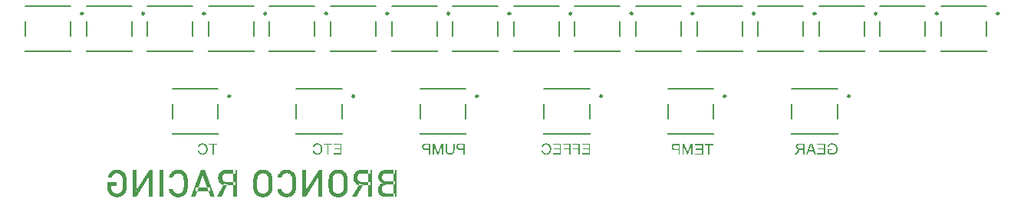
<source format=gbr>
%TF.GenerationSoftware,Altium Limited,Altium Designer,20.0.11 (256)*%
G04 Layer_Color=32896*
%FSLAX26Y26*%
%MOIN*%
%TF.FileFunction,Legend,Bot*%
%TF.Part,Single*%
G01*
G75*
%TA.AperFunction,NonConductor*%
%ADD38C,0.009842*%
%ADD39C,0.007874*%
G36*
X7832302Y1314569D02*
X7833589Y1314491D01*
X7834798Y1314335D01*
X7835968Y1314140D01*
X7837099Y1313906D01*
X7838152Y1313672D01*
X7839127Y1313399D01*
X7839985Y1313126D01*
X7840804Y1312853D01*
X7841545Y1312580D01*
X7842169Y1312346D01*
X7842676Y1312112D01*
X7843105Y1311917D01*
X7843417Y1311761D01*
X7843573Y1311683D01*
X7843651Y1311644D01*
X7844665Y1311059D01*
X7845601Y1310396D01*
X7846459Y1309694D01*
X7847278Y1308992D01*
X7848058Y1308251D01*
X7848721Y1307471D01*
X7849345Y1306730D01*
X7849930Y1306028D01*
X7850437Y1305326D01*
X7850866Y1304663D01*
X7851217Y1304117D01*
X7851529Y1303610D01*
X7851763Y1303181D01*
X7851919Y1302869D01*
X7852036Y1302674D01*
X7852075Y1302596D01*
X7852582Y1301465D01*
X7853050Y1300295D01*
X7853440Y1299164D01*
X7853752Y1297994D01*
X7854064Y1296902D01*
X7854298Y1295810D01*
X7854493Y1294796D01*
X7854649Y1293821D01*
X7854766Y1292924D01*
X7854844Y1292105D01*
X7854922Y1291364D01*
X7854961Y1290740D01*
Y1290272D01*
X7855000Y1289882D01*
Y1289648D01*
Y1289609D01*
Y1289570D01*
X7854961Y1288244D01*
X7854883Y1286996D01*
X7854727Y1285748D01*
X7854532Y1284578D01*
X7854337Y1283447D01*
X7854064Y1282394D01*
X7853791Y1281419D01*
X7853518Y1280483D01*
X7853245Y1279664D01*
X7853011Y1278923D01*
X7852738Y1278299D01*
X7852543Y1277753D01*
X7852348Y1277324D01*
X7852192Y1277012D01*
X7852114Y1276817D01*
X7852075Y1276739D01*
X7851490Y1275686D01*
X7850866Y1274711D01*
X7850164Y1273814D01*
X7849462Y1272956D01*
X7848721Y1272176D01*
X7848019Y1271474D01*
X7847278Y1270811D01*
X7846576Y1270226D01*
X7845952Y1269719D01*
X7845328Y1269251D01*
X7844782Y1268900D01*
X7844275Y1268588D01*
X7843885Y1268315D01*
X7843573Y1268159D01*
X7843417Y1268042D01*
X7843339Y1268003D01*
X7842247Y1267457D01*
X7841116Y1267028D01*
X7840024Y1266599D01*
X7838893Y1266287D01*
X7837801Y1265975D01*
X7836748Y1265741D01*
X7835695Y1265546D01*
X7834720Y1265390D01*
X7833823Y1265234D01*
X7833004Y1265156D01*
X7832302Y1265078D01*
X7831678Y1265039D01*
X7831171D01*
X7830781Y1265000D01*
X7830469D01*
X7829494Y1265039D01*
X7828519Y1265078D01*
X7826686Y1265312D01*
X7825789Y1265429D01*
X7824931Y1265585D01*
X7824151Y1265780D01*
X7823410Y1265936D01*
X7822747Y1266131D01*
X7822123Y1266287D01*
X7821616Y1266443D01*
X7821148Y1266599D01*
X7820797Y1266716D01*
X7820524Y1266794D01*
X7820329Y1266833D01*
X7820290Y1266872D01*
X7819354Y1267262D01*
X7818457Y1267652D01*
X7816663Y1268549D01*
X7815805Y1268978D01*
X7815025Y1269446D01*
X7814284Y1269914D01*
X7813543Y1270382D01*
X7812919Y1270772D01*
X7812334Y1271162D01*
X7811827Y1271552D01*
X7811398Y1271825D01*
X7811047Y1272098D01*
X7810774Y1272293D01*
X7810618Y1272410D01*
X7810579Y1272449D01*
Y1290272D01*
X7830937D01*
Y1284617D01*
X7816780D01*
Y1275686D01*
X7817170Y1275335D01*
X7817638Y1275023D01*
X7818574Y1274399D01*
X7819588Y1273814D01*
X7820563Y1273307D01*
X7820992Y1273112D01*
X7821421Y1272878D01*
X7821811Y1272722D01*
X7822123Y1272566D01*
X7822396Y1272449D01*
X7822630Y1272371D01*
X7822747Y1272332D01*
X7822786Y1272293D01*
X7824268Y1271786D01*
X7825672Y1271396D01*
X7827037Y1271123D01*
X7827661Y1271006D01*
X7828246Y1270928D01*
X7828792Y1270850D01*
X7829299Y1270811D01*
X7829728Y1270772D01*
X7830118D01*
X7830430Y1270733D01*
X7830820D01*
X7831717Y1270772D01*
X7832575Y1270811D01*
X7834252Y1271045D01*
X7835032Y1271201D01*
X7835773Y1271396D01*
X7836475Y1271591D01*
X7837099Y1271786D01*
X7837684Y1271942D01*
X7838230Y1272137D01*
X7838698Y1272332D01*
X7839088Y1272488D01*
X7839400Y1272605D01*
X7839634Y1272722D01*
X7839790Y1272761D01*
X7839829Y1272800D01*
X7840609Y1273229D01*
X7841311Y1273697D01*
X7841974Y1274165D01*
X7842598Y1274672D01*
X7843183Y1275218D01*
X7843729Y1275764D01*
X7844197Y1276271D01*
X7844626Y1276778D01*
X7845016Y1277285D01*
X7845328Y1277714D01*
X7845601Y1278143D01*
X7845835Y1278494D01*
X7846030Y1278806D01*
X7846147Y1279001D01*
X7846225Y1279157D01*
X7846264Y1279196D01*
X7846654Y1280015D01*
X7846966Y1280912D01*
X7847278Y1281809D01*
X7847512Y1282706D01*
X7847902Y1284500D01*
X7848058Y1285358D01*
X7848175Y1286216D01*
X7848253Y1286996D01*
X7848331Y1287698D01*
X7848370Y1288322D01*
X7848409Y1288907D01*
X7848448Y1289336D01*
Y1289687D01*
Y1289882D01*
Y1289960D01*
X7848409Y1290935D01*
X7848370Y1291871D01*
X7848292Y1292768D01*
X7848175Y1293665D01*
X7848019Y1294484D01*
X7847863Y1295303D01*
X7847707Y1296044D01*
X7847512Y1296707D01*
X7847356Y1297370D01*
X7847200Y1297916D01*
X7847044Y1298423D01*
X7846888Y1298813D01*
X7846771Y1299164D01*
X7846693Y1299398D01*
X7846615Y1299554D01*
Y1299593D01*
X7846186Y1300568D01*
X7845718Y1301426D01*
X7845211Y1302245D01*
X7844704Y1302947D01*
X7844275Y1303532D01*
X7844080Y1303766D01*
X7843924Y1303961D01*
X7843807Y1304156D01*
X7843690Y1304273D01*
X7843651Y1304312D01*
X7843612Y1304351D01*
X7842832Y1305131D01*
X7841974Y1305833D01*
X7841155Y1306418D01*
X7840336Y1306925D01*
X7839595Y1307315D01*
X7839283Y1307471D01*
X7839010Y1307627D01*
X7838815Y1307744D01*
X7838659Y1307783D01*
X7838542Y1307861D01*
X7838503D01*
X7837255Y1308290D01*
X7835968Y1308641D01*
X7834720Y1308875D01*
X7833511Y1309031D01*
X7832965Y1309070D01*
X7832497Y1309109D01*
X7832029Y1309148D01*
X7831678Y1309187D01*
X7830937D01*
X7829611Y1309148D01*
X7828363Y1308992D01*
X7827232Y1308797D01*
X7826725Y1308680D01*
X7826257Y1308563D01*
X7825828Y1308407D01*
X7825438Y1308290D01*
X7825087Y1308212D01*
X7824814Y1308095D01*
X7824619Y1308017D01*
X7824424Y1307939D01*
X7824346Y1307900D01*
X7824307D01*
X7823254Y1307393D01*
X7822318Y1306847D01*
X7821538Y1306301D01*
X7820875Y1305755D01*
X7820368Y1305287D01*
X7820017Y1304897D01*
X7819861Y1304741D01*
X7819783Y1304624D01*
X7819705Y1304585D01*
Y1304546D01*
X7819120Y1303688D01*
X7818613Y1302752D01*
X7818145Y1301777D01*
X7817755Y1300880D01*
X7817599Y1300451D01*
X7817443Y1300061D01*
X7817326Y1299671D01*
X7817209Y1299398D01*
X7817131Y1299125D01*
X7817053Y1298930D01*
X7817014Y1298813D01*
Y1298774D01*
X7811320Y1300334D01*
X7811554Y1301231D01*
X7811827Y1302089D01*
X7812100Y1302869D01*
X7812412Y1303610D01*
X7812724Y1304312D01*
X7812997Y1304975D01*
X7813309Y1305560D01*
X7813582Y1306106D01*
X7813855Y1306574D01*
X7814128Y1307003D01*
X7814362Y1307354D01*
X7814557Y1307666D01*
X7814713Y1307900D01*
X7814830Y1308056D01*
X7814908Y1308173D01*
X7814947Y1308212D01*
X7815415Y1308758D01*
X7815922Y1309265D01*
X7816975Y1310201D01*
X7818067Y1311020D01*
X7819120Y1311683D01*
X7819627Y1311956D01*
X7820095Y1312190D01*
X7820485Y1312424D01*
X7820836Y1312580D01*
X7821148Y1312736D01*
X7821343Y1312814D01*
X7821499Y1312892D01*
X7821538D01*
X7822318Y1313204D01*
X7823137Y1313477D01*
X7824775Y1313867D01*
X7826374Y1314179D01*
X7827115Y1314296D01*
X7827817Y1314413D01*
X7828480Y1314452D01*
X7829104Y1314530D01*
X7829650Y1314569D01*
X7830079D01*
X7830469Y1314608D01*
X7830976D01*
X7832302Y1314569D01*
D02*
G37*
G36*
X7801102Y1265819D02*
X7765261D01*
Y1271474D01*
X7794745D01*
Y1287815D01*
X7768186D01*
Y1293470D01*
X7794745D01*
Y1308173D01*
X7766392D01*
Y1313828D01*
X7801102D01*
Y1265819D01*
D02*
G37*
G36*
X7761751D02*
X7755043D01*
X7749778Y1280366D01*
X7729693D01*
X7724116Y1265819D01*
X7716901D01*
X7736479Y1313828D01*
X7743382D01*
X7761751Y1265819D01*
D02*
G37*
G36*
X7711675D02*
X7705318D01*
Y1287152D01*
X7697128D01*
X7696387Y1287113D01*
X7695763Y1287074D01*
X7695295Y1287035D01*
X7694905Y1286996D01*
X7694632Y1286957D01*
X7694476Y1286918D01*
X7694437D01*
X7693891Y1286762D01*
X7693384Y1286567D01*
X7692916Y1286333D01*
X7692487Y1286099D01*
X7692097Y1285904D01*
X7691824Y1285748D01*
X7691668Y1285631D01*
X7691590Y1285592D01*
X7691044Y1285202D01*
X7690459Y1284734D01*
X7689913Y1284188D01*
X7689445Y1283642D01*
X7688977Y1283174D01*
X7688665Y1282784D01*
X7688509Y1282628D01*
X7688431Y1282511D01*
X7688353Y1282433D01*
Y1282394D01*
X7688002Y1281926D01*
X7687612Y1281458D01*
X7686871Y1280405D01*
X7686091Y1279313D01*
X7685350Y1278221D01*
X7685038Y1277753D01*
X7684726Y1277285D01*
X7684453Y1276856D01*
X7684219Y1276505D01*
X7684024Y1276232D01*
X7683868Y1275998D01*
X7683790Y1275842D01*
X7683751Y1275803D01*
X7677394Y1265819D01*
X7669477D01*
X7677784Y1278884D01*
X7678720Y1280249D01*
X7679656Y1281497D01*
X7680085Y1282043D01*
X7680514Y1282589D01*
X7680943Y1283057D01*
X7681333Y1283486D01*
X7681684Y1283876D01*
X7682035Y1284227D01*
X7682308Y1284539D01*
X7682581Y1284773D01*
X7682776Y1284968D01*
X7682932Y1285124D01*
X7683010Y1285202D01*
X7683049Y1285241D01*
X7683595Y1285670D01*
X7684180Y1286099D01*
X7684804Y1286528D01*
X7685428Y1286879D01*
X7686013Y1287191D01*
X7686442Y1287464D01*
X7686637Y1287542D01*
X7686754Y1287620D01*
X7686832Y1287659D01*
X7686871D01*
X7685623Y1287854D01*
X7684453Y1288127D01*
X7683361Y1288400D01*
X7682347Y1288751D01*
X7681450Y1289102D01*
X7680592Y1289492D01*
X7679851Y1289843D01*
X7679188Y1290233D01*
X7678564Y1290584D01*
X7678057Y1290935D01*
X7677628Y1291247D01*
X7677277Y1291559D01*
X7677004Y1291793D01*
X7676809Y1291949D01*
X7676692Y1292066D01*
X7676653Y1292105D01*
X7676068Y1292768D01*
X7675561Y1293470D01*
X7675132Y1294211D01*
X7674742Y1294952D01*
X7674430Y1295654D01*
X7674157Y1296395D01*
X7673923Y1297058D01*
X7673767Y1297721D01*
X7673611Y1298345D01*
X7673494Y1298930D01*
X7673455Y1299437D01*
X7673377Y1299866D01*
Y1300217D01*
X7673338Y1300490D01*
Y1300685D01*
Y1300724D01*
X7673377Y1301465D01*
X7673416Y1302167D01*
X7673650Y1303532D01*
X7673962Y1304741D01*
X7674157Y1305287D01*
X7674352Y1305794D01*
X7674547Y1306262D01*
X7674742Y1306691D01*
X7674898Y1307042D01*
X7675054Y1307354D01*
X7675171Y1307627D01*
X7675288Y1307783D01*
X7675327Y1307900D01*
X7675366Y1307939D01*
X7675756Y1308524D01*
X7676146Y1309070D01*
X7676614Y1309577D01*
X7677043Y1310045D01*
X7677472Y1310435D01*
X7677940Y1310825D01*
X7678369Y1311176D01*
X7678798Y1311449D01*
X7679539Y1311917D01*
X7679851Y1312112D01*
X7680163Y1312268D01*
X7680397Y1312346D01*
X7680553Y1312424D01*
X7680670Y1312502D01*
X7680709D01*
X7681372Y1312736D01*
X7682074Y1312931D01*
X7682854Y1313126D01*
X7683634Y1313282D01*
X7685233Y1313516D01*
X7686793Y1313672D01*
X7687534Y1313711D01*
X7688236Y1313750D01*
X7688821Y1313789D01*
X7689367Y1313828D01*
X7711675D01*
Y1265819D01*
D02*
G37*
G36*
X6142102D02*
X6135979D01*
Y1306691D01*
X6122095Y1265819D01*
X6116401D01*
X6102361Y1305989D01*
Y1265819D01*
X6096238D01*
Y1313828D01*
X6104779D01*
X6116323Y1280405D01*
X6116635Y1279469D01*
X6116947Y1278611D01*
X6117220Y1277831D01*
X6117454Y1277051D01*
X6117688Y1276388D01*
X6117922Y1275764D01*
X6118117Y1275179D01*
X6118273Y1274672D01*
X6118429Y1274204D01*
X6118546Y1273814D01*
X6118663Y1273502D01*
X6118741Y1273229D01*
X6118819Y1272995D01*
X6118858Y1272839D01*
X6118897Y1272761D01*
Y1272722D01*
X6119053Y1273190D01*
X6119209Y1273697D01*
X6119560Y1274828D01*
X6119950Y1275998D01*
X6120340Y1277168D01*
X6120496Y1277714D01*
X6120652Y1278221D01*
X6120808Y1278650D01*
X6120925Y1279040D01*
X6121042Y1279352D01*
X6121120Y1279625D01*
X6121198Y1279781D01*
Y1279820D01*
X6132586Y1313828D01*
X6142102D01*
Y1265819D01*
D02*
G37*
G36*
X6190189Y1286060D02*
X6190150Y1284656D01*
X6190111Y1283369D01*
X6190033Y1282121D01*
X6189916Y1280990D01*
X6189760Y1279898D01*
X6189604Y1278923D01*
X6189448Y1278026D01*
X6189292Y1277207D01*
X6189136Y1276466D01*
X6188980Y1275842D01*
X6188824Y1275296D01*
X6188668Y1274867D01*
X6188551Y1274516D01*
X6188473Y1274243D01*
X6188395Y1274087D01*
Y1274048D01*
X6188005Y1273229D01*
X6187615Y1272488D01*
X6187147Y1271786D01*
X6186679Y1271123D01*
X6186172Y1270538D01*
X6185665Y1269992D01*
X6185158Y1269485D01*
X6184651Y1269017D01*
X6184183Y1268627D01*
X6183715Y1268276D01*
X6183325Y1267964D01*
X6182974Y1267730D01*
X6182662Y1267535D01*
X6182467Y1267418D01*
X6182311Y1267340D01*
X6182272Y1267301D01*
X6181453Y1266911D01*
X6180556Y1266560D01*
X6179659Y1266248D01*
X6178723Y1265975D01*
X6177826Y1265741D01*
X6176890Y1265546D01*
X6175993Y1265429D01*
X6175135Y1265273D01*
X6174355Y1265195D01*
X6173614Y1265117D01*
X6172912Y1265078D01*
X6172366Y1265039D01*
X6171898Y1265000D01*
X6171235D01*
X6169948Y1265039D01*
X6168778Y1265117D01*
X6167608Y1265234D01*
X6166555Y1265429D01*
X6165580Y1265624D01*
X6164644Y1265858D01*
X6163786Y1266092D01*
X6163045Y1266326D01*
X6162343Y1266560D01*
X6161758Y1266833D01*
X6161251Y1267028D01*
X6160822Y1267223D01*
X6160471Y1267418D01*
X6160237Y1267535D01*
X6160081Y1267613D01*
X6160042Y1267652D01*
X6159262Y1268159D01*
X6158560Y1268705D01*
X6157897Y1269290D01*
X6157312Y1269836D01*
X6156766Y1270421D01*
X6156298Y1271006D01*
X6155830Y1271552D01*
X6155479Y1272098D01*
X6155128Y1272605D01*
X6154855Y1273073D01*
X6154621Y1273502D01*
X6154426Y1273853D01*
X6154309Y1274165D01*
X6154192Y1274360D01*
X6154114Y1274516D01*
Y1274555D01*
X6153841Y1275374D01*
X6153568Y1276271D01*
X6153178Y1278182D01*
X6152866Y1280093D01*
X6152749Y1281029D01*
X6152671Y1281926D01*
X6152593Y1282784D01*
X6152554Y1283564D01*
X6152515Y1284266D01*
Y1284851D01*
X6152476Y1285358D01*
Y1285748D01*
Y1285982D01*
Y1286021D01*
Y1286060D01*
Y1313828D01*
X6158833D01*
Y1286099D01*
X6158872Y1284461D01*
X6158950Y1282979D01*
X6159106Y1281614D01*
X6159301Y1280366D01*
X6159535Y1279274D01*
X6159769Y1278260D01*
X6160042Y1277363D01*
X6160315Y1276622D01*
X6160627Y1275920D01*
X6160900Y1275374D01*
X6161134Y1274906D01*
X6161368Y1274516D01*
X6161563Y1274243D01*
X6161719Y1274048D01*
X6161797Y1273931D01*
X6161836Y1273892D01*
X6162421Y1273346D01*
X6163123Y1272839D01*
X6163864Y1272410D01*
X6164644Y1272059D01*
X6165463Y1271747D01*
X6166282Y1271513D01*
X6167101Y1271279D01*
X6167920Y1271123D01*
X6168700Y1271006D01*
X6169402Y1270889D01*
X6170065Y1270850D01*
X6170650Y1270772D01*
X6171118D01*
X6171469Y1270733D01*
X6171781D01*
X6173263Y1270811D01*
X6174589Y1270967D01*
X6175213Y1271123D01*
X6175759Y1271240D01*
X6176305Y1271396D01*
X6176773Y1271552D01*
X6177202Y1271669D01*
X6177592Y1271825D01*
X6177943Y1271981D01*
X6178216Y1272098D01*
X6178450Y1272176D01*
X6178606Y1272254D01*
X6178684Y1272332D01*
X6178723D01*
X6179698Y1272995D01*
X6180517Y1273736D01*
X6181219Y1274477D01*
X6181765Y1275218D01*
X6182194Y1275881D01*
X6182350Y1276154D01*
X6182467Y1276427D01*
X6182584Y1276622D01*
X6182662Y1276778D01*
X6182701Y1276856D01*
Y1276895D01*
X6182896Y1277480D01*
X6183091Y1278143D01*
X6183208Y1278845D01*
X6183364Y1279586D01*
X6183559Y1281107D01*
X6183676Y1282628D01*
X6183754Y1283330D01*
Y1283954D01*
X6183793Y1284578D01*
X6183832Y1285085D01*
Y1285514D01*
Y1285826D01*
Y1286021D01*
Y1286099D01*
Y1313828D01*
X6190189D01*
Y1286060D01*
D02*
G37*
G36*
X6235000Y1265819D02*
X6228643D01*
Y1285358D01*
X6216358D01*
X6214525Y1285397D01*
X6212848Y1285553D01*
X6211288Y1285748D01*
X6209845Y1286021D01*
X6208597Y1286333D01*
X6207427Y1286684D01*
X6206413Y1287074D01*
X6205516Y1287464D01*
X6204697Y1287854D01*
X6204034Y1288244D01*
X6203488Y1288595D01*
X6203059Y1288907D01*
X6202708Y1289180D01*
X6202474Y1289375D01*
X6202318Y1289531D01*
X6202279Y1289570D01*
X6201577Y1290389D01*
X6200992Y1291247D01*
X6200485Y1292105D01*
X6200017Y1293002D01*
X6199627Y1293860D01*
X6199315Y1294718D01*
X6199081Y1295537D01*
X6198847Y1296356D01*
X6198691Y1297097D01*
X6198574Y1297799D01*
X6198496Y1298384D01*
X6198457Y1298930D01*
X6198418Y1299359D01*
X6198379Y1299671D01*
Y1299866D01*
Y1299944D01*
X6198457Y1301231D01*
X6198613Y1302479D01*
X6198847Y1303571D01*
X6198964Y1304078D01*
X6199120Y1304546D01*
X6199276Y1304936D01*
X6199393Y1305326D01*
X6199510Y1305677D01*
X6199627Y1305950D01*
X6199705Y1306145D01*
X6199783Y1306340D01*
X6199861Y1306418D01*
Y1306457D01*
X6200446Y1307510D01*
X6201070Y1308446D01*
X6201733Y1309265D01*
X6202318Y1309889D01*
X6202864Y1310435D01*
X6203332Y1310786D01*
X6203488Y1310942D01*
X6203605Y1311020D01*
X6203683Y1311098D01*
X6203722D01*
X6204658Y1311683D01*
X6205633Y1312151D01*
X6206647Y1312541D01*
X6207544Y1312853D01*
X6207973Y1312970D01*
X6208363Y1313087D01*
X6208714Y1313165D01*
X6209026Y1313243D01*
X6209260Y1313282D01*
X6209455Y1313321D01*
X6209572Y1313360D01*
X6209611D01*
X6210118Y1313438D01*
X6210664Y1313516D01*
X6211834Y1313633D01*
X6213043Y1313711D01*
X6214213Y1313789D01*
X6215266D01*
X6215734Y1313828D01*
X6235000D01*
Y1265819D01*
D02*
G37*
G36*
X6086020D02*
X6079663D01*
Y1285358D01*
X6067378D01*
X6065545Y1285397D01*
X6063868Y1285553D01*
X6062308Y1285748D01*
X6060865Y1286021D01*
X6059617Y1286333D01*
X6058447Y1286684D01*
X6057433Y1287074D01*
X6056536Y1287464D01*
X6055717Y1287854D01*
X6055054Y1288244D01*
X6054508Y1288595D01*
X6054079Y1288907D01*
X6053728Y1289180D01*
X6053494Y1289375D01*
X6053338Y1289531D01*
X6053299Y1289570D01*
X6052597Y1290389D01*
X6052012Y1291247D01*
X6051505Y1292105D01*
X6051037Y1293002D01*
X6050647Y1293860D01*
X6050335Y1294718D01*
X6050101Y1295537D01*
X6049867Y1296356D01*
X6049711Y1297097D01*
X6049594Y1297799D01*
X6049516Y1298384D01*
X6049477Y1298930D01*
X6049438Y1299359D01*
X6049399Y1299671D01*
Y1299866D01*
Y1299944D01*
X6049477Y1301231D01*
X6049633Y1302479D01*
X6049867Y1303571D01*
X6049984Y1304078D01*
X6050140Y1304546D01*
X6050296Y1304936D01*
X6050413Y1305326D01*
X6050530Y1305677D01*
X6050647Y1305950D01*
X6050725Y1306145D01*
X6050803Y1306340D01*
X6050881Y1306418D01*
Y1306457D01*
X6051466Y1307510D01*
X6052090Y1308446D01*
X6052753Y1309265D01*
X6053338Y1309889D01*
X6053884Y1310435D01*
X6054352Y1310786D01*
X6054508Y1310942D01*
X6054625Y1311020D01*
X6054703Y1311098D01*
X6054742D01*
X6055678Y1311683D01*
X6056653Y1312151D01*
X6057667Y1312541D01*
X6058564Y1312853D01*
X6058993Y1312970D01*
X6059383Y1313087D01*
X6059734Y1313165D01*
X6060046Y1313243D01*
X6060280Y1313282D01*
X6060475Y1313321D01*
X6060592Y1313360D01*
X6060631D01*
X6061138Y1313438D01*
X6061684Y1313516D01*
X6062854Y1313633D01*
X6064063Y1313711D01*
X6065233Y1313789D01*
X6066286D01*
X6066754Y1313828D01*
X6086020D01*
Y1265819D01*
D02*
G37*
G36*
X5594817Y1314569D02*
X5595987Y1314491D01*
X5597079Y1314335D01*
X5598132Y1314140D01*
X5599185Y1313945D01*
X5600121Y1313672D01*
X5601018Y1313438D01*
X5601876Y1313165D01*
X5602617Y1312892D01*
X5603280Y1312619D01*
X5603865Y1312346D01*
X5604372Y1312151D01*
X5604762Y1311956D01*
X5605074Y1311800D01*
X5605230Y1311722D01*
X5605308Y1311683D01*
X5606283Y1311098D01*
X5607180Y1310474D01*
X5607999Y1309850D01*
X5608779Y1309148D01*
X5609520Y1308446D01*
X5610183Y1307744D01*
X5610807Y1307042D01*
X5611353Y1306379D01*
X5611821Y1305716D01*
X5612250Y1305131D01*
X5612601Y1304585D01*
X5612874Y1304156D01*
X5613108Y1303766D01*
X5613303Y1303454D01*
X5613381Y1303298D01*
X5613420Y1303220D01*
X5613927Y1302167D01*
X5614356Y1301075D01*
X5614746Y1299944D01*
X5615058Y1298813D01*
X5615331Y1297721D01*
X5615565Y1296629D01*
X5615760Y1295576D01*
X5615916Y1294601D01*
X5616033Y1293665D01*
X5616111Y1292807D01*
X5616189Y1292066D01*
X5616228Y1291403D01*
Y1290896D01*
X5616267Y1290506D01*
Y1290350D01*
Y1290233D01*
Y1290194D01*
Y1290155D01*
X5616228Y1288868D01*
X5616150Y1287620D01*
X5616033Y1286411D01*
X5615877Y1285241D01*
X5615682Y1284149D01*
X5615448Y1283057D01*
X5615253Y1282082D01*
X5614980Y1281146D01*
X5614746Y1280288D01*
X5614551Y1279547D01*
X5614317Y1278884D01*
X5614122Y1278338D01*
X5613966Y1277870D01*
X5613849Y1277558D01*
X5613771Y1277363D01*
X5613732Y1277285D01*
X5613225Y1276193D01*
X5612679Y1275179D01*
X5612094Y1274204D01*
X5611509Y1273307D01*
X5610885Y1272488D01*
X5610300Y1271747D01*
X5609676Y1271045D01*
X5609091Y1270460D01*
X5608545Y1269914D01*
X5608038Y1269446D01*
X5607570Y1269056D01*
X5607141Y1268705D01*
X5606829Y1268471D01*
X5606556Y1268276D01*
X5606400Y1268159D01*
X5606361Y1268120D01*
X5605425Y1267574D01*
X5604411Y1267106D01*
X5603397Y1266677D01*
X5602344Y1266326D01*
X5601291Y1266014D01*
X5600238Y1265780D01*
X5599224Y1265546D01*
X5598249Y1265390D01*
X5597313Y1265273D01*
X5596455Y1265156D01*
X5595714Y1265078D01*
X5595051Y1265039D01*
X5594505D01*
X5594115Y1265000D01*
X5593764D01*
X5592399Y1265039D01*
X5591073Y1265195D01*
X5589825Y1265390D01*
X5588616Y1265624D01*
X5587524Y1265936D01*
X5586471Y1266287D01*
X5585496Y1266677D01*
X5584599Y1267067D01*
X5583819Y1267418D01*
X5583117Y1267808D01*
X5582532Y1268159D01*
X5582025Y1268471D01*
X5581635Y1268705D01*
X5581323Y1268939D01*
X5581167Y1269056D01*
X5581089Y1269095D01*
X5580153Y1269914D01*
X5579295Y1270772D01*
X5578515Y1271708D01*
X5577774Y1272683D01*
X5577111Y1273697D01*
X5576526Y1274672D01*
X5575980Y1275647D01*
X5575551Y1276583D01*
X5575122Y1277480D01*
X5574771Y1278338D01*
X5574498Y1279079D01*
X5574264Y1279742D01*
X5574108Y1280288D01*
X5573952Y1280678D01*
X5573913Y1280834D01*
Y1280951D01*
X5573874Y1280990D01*
Y1281029D01*
X5580231Y1282628D01*
X5580504Y1281536D01*
X5580816Y1280483D01*
X5581167Y1279508D01*
X5581557Y1278650D01*
X5581986Y1277792D01*
X5582415Y1277051D01*
X5582844Y1276388D01*
X5583234Y1275764D01*
X5583624Y1275218D01*
X5584014Y1274750D01*
X5584365Y1274360D01*
X5584677Y1274048D01*
X5584911Y1273775D01*
X5585106Y1273619D01*
X5585223Y1273502D01*
X5585262Y1273463D01*
X5585964Y1272917D01*
X5586705Y1272449D01*
X5587446Y1272059D01*
X5588226Y1271708D01*
X5588967Y1271396D01*
X5589708Y1271162D01*
X5590449Y1270967D01*
X5591151Y1270811D01*
X5591775Y1270694D01*
X5592399Y1270577D01*
X5592906Y1270499D01*
X5593374Y1270460D01*
X5593764D01*
X5594037Y1270421D01*
X5594271D01*
X5595090Y1270460D01*
X5595870Y1270499D01*
X5596650Y1270616D01*
X5597391Y1270772D01*
X5598093Y1270928D01*
X5598756Y1271123D01*
X5599380Y1271318D01*
X5599965Y1271552D01*
X5600511Y1271747D01*
X5600979Y1271942D01*
X5601408Y1272137D01*
X5601759Y1272293D01*
X5602032Y1272449D01*
X5602266Y1272566D01*
X5602383Y1272605D01*
X5602422Y1272644D01*
X5603085Y1273112D01*
X5603748Y1273580D01*
X5604333Y1274126D01*
X5604879Y1274672D01*
X5605347Y1275218D01*
X5605815Y1275803D01*
X5606244Y1276349D01*
X5606595Y1276895D01*
X5606907Y1277441D01*
X5607180Y1277909D01*
X5607414Y1278338D01*
X5607609Y1278728D01*
X5607765Y1279040D01*
X5607882Y1279274D01*
X5607921Y1279430D01*
X5607960Y1279469D01*
X5608272Y1280366D01*
X5608545Y1281263D01*
X5608974Y1283096D01*
X5609286Y1284890D01*
X5609403Y1285748D01*
X5609481Y1286567D01*
X5609559Y1287308D01*
X5609637Y1288010D01*
X5609676Y1288634D01*
Y1289180D01*
X5609715Y1289609D01*
Y1289921D01*
Y1290116D01*
Y1290194D01*
X5609637Y1291949D01*
X5609481Y1293626D01*
X5609364Y1294406D01*
X5609247Y1295186D01*
X5609130Y1295888D01*
X5608974Y1296551D01*
X5608818Y1297175D01*
X5608701Y1297721D01*
X5608584Y1298228D01*
X5608467Y1298618D01*
X5608350Y1298969D01*
X5608311Y1299203D01*
X5608233Y1299359D01*
Y1299398D01*
X5607921Y1300217D01*
X5607570Y1300997D01*
X5607180Y1301738D01*
X5606790Y1302401D01*
X5606361Y1303025D01*
X5605893Y1303610D01*
X5605464Y1304156D01*
X5605035Y1304663D01*
X5604645Y1305092D01*
X5604255Y1305443D01*
X5603904Y1305794D01*
X5603592Y1306067D01*
X5603358Y1306262D01*
X5603163Y1306418D01*
X5603046Y1306496D01*
X5603007Y1306535D01*
X5602305Y1307003D01*
X5601564Y1307393D01*
X5600784Y1307783D01*
X5600004Y1308056D01*
X5599224Y1308329D01*
X5598444Y1308524D01*
X5597703Y1308719D01*
X5597001Y1308875D01*
X5596338Y1308953D01*
X5595714Y1309031D01*
X5595168Y1309109D01*
X5594700Y1309148D01*
X5594310Y1309187D01*
X5593764D01*
X5592867Y1309148D01*
X5592048Y1309070D01*
X5591229Y1308953D01*
X5590488Y1308797D01*
X5589786Y1308641D01*
X5589123Y1308407D01*
X5588538Y1308212D01*
X5587992Y1307978D01*
X5587485Y1307744D01*
X5587056Y1307549D01*
X5586705Y1307315D01*
X5586393Y1307159D01*
X5586120Y1307003D01*
X5585964Y1306886D01*
X5585847Y1306808D01*
X5585808Y1306769D01*
X5585223Y1306301D01*
X5584677Y1305755D01*
X5584170Y1305170D01*
X5583702Y1304585D01*
X5582844Y1303337D01*
X5582181Y1302089D01*
X5581869Y1301504D01*
X5581635Y1300958D01*
X5581401Y1300451D01*
X5581245Y1300022D01*
X5581089Y1299671D01*
X5581011Y1299398D01*
X5580933Y1299242D01*
Y1299164D01*
X5574693Y1300607D01*
X5575083Y1301816D01*
X5575551Y1302986D01*
X5576058Y1304039D01*
X5576604Y1305053D01*
X5577150Y1305950D01*
X5577735Y1306808D01*
X5578281Y1307588D01*
X5578866Y1308290D01*
X5579412Y1308875D01*
X5579880Y1309421D01*
X5580348Y1309889D01*
X5580738Y1310279D01*
X5581089Y1310552D01*
X5581323Y1310786D01*
X5581518Y1310903D01*
X5581557Y1310942D01*
X5582493Y1311605D01*
X5583468Y1312151D01*
X5584482Y1312658D01*
X5585535Y1313048D01*
X5586549Y1313399D01*
X5587524Y1313711D01*
X5588499Y1313945D01*
X5589435Y1314140D01*
X5590332Y1314296D01*
X5591112Y1314413D01*
X5591814Y1314491D01*
X5592438Y1314569D01*
X5592945D01*
X5593335Y1314608D01*
X5593647D01*
X5594817Y1314569D01*
D02*
G37*
G36*
X5700000Y1265819D02*
X5664159D01*
Y1271474D01*
X5693643D01*
Y1287815D01*
X5667084D01*
Y1293470D01*
X5693643D01*
Y1308173D01*
X5665290D01*
Y1313828D01*
X5700000D01*
Y1265819D01*
D02*
G37*
G36*
X5658972Y1308173D02*
X5643177D01*
Y1265819D01*
X5636820D01*
Y1308173D01*
X5620947D01*
Y1313828D01*
X5658972D01*
Y1308173D01*
D02*
G37*
G36*
X6589134Y1314569D02*
X6590304Y1314491D01*
X6591396Y1314335D01*
X6592449Y1314140D01*
X6593502Y1313945D01*
X6594438Y1313672D01*
X6595335Y1313438D01*
X6596193Y1313165D01*
X6596934Y1312892D01*
X6597597Y1312619D01*
X6598182Y1312346D01*
X6598689Y1312151D01*
X6599079Y1311956D01*
X6599391Y1311800D01*
X6599547Y1311722D01*
X6599625Y1311683D01*
X6600600Y1311098D01*
X6601497Y1310474D01*
X6602316Y1309850D01*
X6603096Y1309148D01*
X6603837Y1308446D01*
X6604500Y1307744D01*
X6605124Y1307042D01*
X6605670Y1306379D01*
X6606138Y1305716D01*
X6606567Y1305131D01*
X6606918Y1304585D01*
X6607191Y1304156D01*
X6607425Y1303766D01*
X6607620Y1303454D01*
X6607698Y1303298D01*
X6607737Y1303220D01*
X6608244Y1302167D01*
X6608673Y1301075D01*
X6609063Y1299944D01*
X6609375Y1298813D01*
X6609648Y1297721D01*
X6609882Y1296629D01*
X6610077Y1295576D01*
X6610233Y1294601D01*
X6610350Y1293665D01*
X6610428Y1292807D01*
X6610506Y1292066D01*
X6610545Y1291403D01*
Y1290896D01*
X6610584Y1290506D01*
Y1290350D01*
Y1290233D01*
Y1290194D01*
Y1290155D01*
X6610545Y1288868D01*
X6610467Y1287620D01*
X6610350Y1286411D01*
X6610194Y1285241D01*
X6609999Y1284149D01*
X6609765Y1283057D01*
X6609570Y1282082D01*
X6609297Y1281146D01*
X6609063Y1280288D01*
X6608868Y1279547D01*
X6608634Y1278884D01*
X6608439Y1278338D01*
X6608283Y1277870D01*
X6608166Y1277558D01*
X6608088Y1277363D01*
X6608049Y1277285D01*
X6607542Y1276193D01*
X6606996Y1275179D01*
X6606411Y1274204D01*
X6605826Y1273307D01*
X6605202Y1272488D01*
X6604617Y1271747D01*
X6603993Y1271045D01*
X6603408Y1270460D01*
X6602862Y1269914D01*
X6602355Y1269446D01*
X6601887Y1269056D01*
X6601458Y1268705D01*
X6601146Y1268471D01*
X6600873Y1268276D01*
X6600717Y1268159D01*
X6600678Y1268120D01*
X6599742Y1267574D01*
X6598728Y1267106D01*
X6597714Y1266677D01*
X6596661Y1266326D01*
X6595608Y1266014D01*
X6594555Y1265780D01*
X6593541Y1265546D01*
X6592566Y1265390D01*
X6591630Y1265273D01*
X6590772Y1265156D01*
X6590031Y1265078D01*
X6589368Y1265039D01*
X6588822D01*
X6588432Y1265000D01*
X6588081D01*
X6586716Y1265039D01*
X6585390Y1265195D01*
X6584142Y1265390D01*
X6582933Y1265624D01*
X6581841Y1265936D01*
X6580788Y1266287D01*
X6579813Y1266677D01*
X6578916Y1267067D01*
X6578136Y1267418D01*
X6577434Y1267808D01*
X6576849Y1268159D01*
X6576342Y1268471D01*
X6575952Y1268705D01*
X6575640Y1268939D01*
X6575484Y1269056D01*
X6575406Y1269095D01*
X6574470Y1269914D01*
X6573612Y1270772D01*
X6572832Y1271708D01*
X6572091Y1272683D01*
X6571428Y1273697D01*
X6570843Y1274672D01*
X6570297Y1275647D01*
X6569868Y1276583D01*
X6569439Y1277480D01*
X6569088Y1278338D01*
X6568815Y1279079D01*
X6568581Y1279742D01*
X6568425Y1280288D01*
X6568269Y1280678D01*
X6568230Y1280834D01*
Y1280951D01*
X6568191Y1280990D01*
Y1281029D01*
X6574548Y1282628D01*
X6574821Y1281536D01*
X6575133Y1280483D01*
X6575484Y1279508D01*
X6575874Y1278650D01*
X6576303Y1277792D01*
X6576732Y1277051D01*
X6577161Y1276388D01*
X6577551Y1275764D01*
X6577941Y1275218D01*
X6578331Y1274750D01*
X6578682Y1274360D01*
X6578994Y1274048D01*
X6579228Y1273775D01*
X6579423Y1273619D01*
X6579540Y1273502D01*
X6579579Y1273463D01*
X6580281Y1272917D01*
X6581022Y1272449D01*
X6581763Y1272059D01*
X6582543Y1271708D01*
X6583284Y1271396D01*
X6584025Y1271162D01*
X6584766Y1270967D01*
X6585468Y1270811D01*
X6586092Y1270694D01*
X6586716Y1270577D01*
X6587223Y1270499D01*
X6587691Y1270460D01*
X6588081D01*
X6588354Y1270421D01*
X6588588D01*
X6589407Y1270460D01*
X6590187Y1270499D01*
X6590967Y1270616D01*
X6591708Y1270772D01*
X6592410Y1270928D01*
X6593073Y1271123D01*
X6593697Y1271318D01*
X6594282Y1271552D01*
X6594828Y1271747D01*
X6595296Y1271942D01*
X6595725Y1272137D01*
X6596076Y1272293D01*
X6596349Y1272449D01*
X6596583Y1272566D01*
X6596700Y1272605D01*
X6596739Y1272644D01*
X6597402Y1273112D01*
X6598065Y1273580D01*
X6598650Y1274126D01*
X6599196Y1274672D01*
X6599664Y1275218D01*
X6600132Y1275803D01*
X6600561Y1276349D01*
X6600912Y1276895D01*
X6601224Y1277441D01*
X6601497Y1277909D01*
X6601731Y1278338D01*
X6601926Y1278728D01*
X6602082Y1279040D01*
X6602199Y1279274D01*
X6602238Y1279430D01*
X6602277Y1279469D01*
X6602589Y1280366D01*
X6602862Y1281263D01*
X6603291Y1283096D01*
X6603603Y1284890D01*
X6603720Y1285748D01*
X6603798Y1286567D01*
X6603876Y1287308D01*
X6603954Y1288010D01*
X6603993Y1288634D01*
Y1289180D01*
X6604032Y1289609D01*
Y1289921D01*
Y1290116D01*
Y1290194D01*
X6603954Y1291949D01*
X6603798Y1293626D01*
X6603681Y1294406D01*
X6603564Y1295186D01*
X6603447Y1295888D01*
X6603291Y1296551D01*
X6603135Y1297175D01*
X6603018Y1297721D01*
X6602901Y1298228D01*
X6602784Y1298618D01*
X6602667Y1298969D01*
X6602628Y1299203D01*
X6602550Y1299359D01*
Y1299398D01*
X6602238Y1300217D01*
X6601887Y1300997D01*
X6601497Y1301738D01*
X6601107Y1302401D01*
X6600678Y1303025D01*
X6600210Y1303610D01*
X6599781Y1304156D01*
X6599352Y1304663D01*
X6598962Y1305092D01*
X6598572Y1305443D01*
X6598221Y1305794D01*
X6597909Y1306067D01*
X6597675Y1306262D01*
X6597480Y1306418D01*
X6597363Y1306496D01*
X6597324Y1306535D01*
X6596622Y1307003D01*
X6595881Y1307393D01*
X6595101Y1307783D01*
X6594321Y1308056D01*
X6593541Y1308329D01*
X6592761Y1308524D01*
X6592020Y1308719D01*
X6591318Y1308875D01*
X6590655Y1308953D01*
X6590031Y1309031D01*
X6589485Y1309109D01*
X6589017Y1309148D01*
X6588627Y1309187D01*
X6588081D01*
X6587184Y1309148D01*
X6586365Y1309070D01*
X6585546Y1308953D01*
X6584805Y1308797D01*
X6584103Y1308641D01*
X6583440Y1308407D01*
X6582855Y1308212D01*
X6582309Y1307978D01*
X6581802Y1307744D01*
X6581373Y1307549D01*
X6581022Y1307315D01*
X6580710Y1307159D01*
X6580437Y1307003D01*
X6580281Y1306886D01*
X6580164Y1306808D01*
X6580125Y1306769D01*
X6579540Y1306301D01*
X6578994Y1305755D01*
X6578487Y1305170D01*
X6578019Y1304585D01*
X6577161Y1303337D01*
X6576498Y1302089D01*
X6576186Y1301504D01*
X6575952Y1300958D01*
X6575718Y1300451D01*
X6575562Y1300022D01*
X6575406Y1299671D01*
X6575328Y1299398D01*
X6575250Y1299242D01*
Y1299164D01*
X6569010Y1300607D01*
X6569400Y1301816D01*
X6569868Y1302986D01*
X6570375Y1304039D01*
X6570921Y1305053D01*
X6571467Y1305950D01*
X6572052Y1306808D01*
X6572598Y1307588D01*
X6573183Y1308290D01*
X6573729Y1308875D01*
X6574197Y1309421D01*
X6574665Y1309889D01*
X6575055Y1310279D01*
X6575406Y1310552D01*
X6575640Y1310786D01*
X6575835Y1310903D01*
X6575874Y1310942D01*
X6576810Y1311605D01*
X6577785Y1312151D01*
X6578799Y1312658D01*
X6579852Y1313048D01*
X6580866Y1313399D01*
X6581841Y1313711D01*
X6582816Y1313945D01*
X6583752Y1314140D01*
X6584649Y1314296D01*
X6585429Y1314413D01*
X6586131Y1314491D01*
X6586755Y1314569D01*
X6587262D01*
X6587652Y1314608D01*
X6587964D01*
X6589134Y1314569D01*
D02*
G37*
G36*
X6780000Y1265819D02*
X6744159D01*
Y1271474D01*
X6773643D01*
Y1287815D01*
X6747084D01*
Y1293470D01*
X6773643D01*
Y1308173D01*
X6745290D01*
Y1313828D01*
X6780000D01*
Y1265819D01*
D02*
G37*
G36*
X6735072D02*
X6728715D01*
Y1287620D01*
X6706212D01*
Y1293275D01*
X6728715D01*
Y1308173D01*
X6702702D01*
Y1313828D01*
X6735072D01*
Y1265819D01*
D02*
G37*
G36*
X6694122D02*
X6687765D01*
Y1287620D01*
X6665262D01*
Y1293275D01*
X6687765D01*
Y1308173D01*
X6661752D01*
Y1313828D01*
X6694122D01*
Y1265819D01*
D02*
G37*
G36*
X6653367D02*
X6617526D01*
Y1271474D01*
X6647010D01*
Y1287815D01*
X6620451D01*
Y1293470D01*
X6647010D01*
Y1308173D01*
X6618657D01*
Y1313828D01*
X6653367D01*
Y1265819D01*
D02*
G37*
G36*
X5095845Y1314569D02*
X5097015Y1314491D01*
X5098107Y1314335D01*
X5099160Y1314140D01*
X5100213Y1313945D01*
X5101149Y1313672D01*
X5102046Y1313438D01*
X5102904Y1313165D01*
X5103645Y1312892D01*
X5104308Y1312619D01*
X5104893Y1312346D01*
X5105400Y1312151D01*
X5105790Y1311956D01*
X5106102Y1311800D01*
X5106258Y1311722D01*
X5106336Y1311683D01*
X5107311Y1311098D01*
X5108208Y1310474D01*
X5109027Y1309850D01*
X5109807Y1309148D01*
X5110548Y1308446D01*
X5111211Y1307744D01*
X5111835Y1307042D01*
X5112381Y1306379D01*
X5112849Y1305716D01*
X5113278Y1305131D01*
X5113629Y1304585D01*
X5113902Y1304156D01*
X5114136Y1303766D01*
X5114331Y1303454D01*
X5114409Y1303298D01*
X5114448Y1303220D01*
X5114955Y1302167D01*
X5115384Y1301075D01*
X5115774Y1299944D01*
X5116086Y1298813D01*
X5116359Y1297721D01*
X5116593Y1296629D01*
X5116788Y1295576D01*
X5116944Y1294601D01*
X5117061Y1293665D01*
X5117139Y1292807D01*
X5117217Y1292066D01*
X5117256Y1291403D01*
Y1290896D01*
X5117295Y1290506D01*
Y1290350D01*
Y1290233D01*
Y1290194D01*
Y1290155D01*
X5117256Y1288868D01*
X5117178Y1287620D01*
X5117061Y1286411D01*
X5116905Y1285241D01*
X5116710Y1284149D01*
X5116476Y1283057D01*
X5116281Y1282082D01*
X5116008Y1281146D01*
X5115774Y1280288D01*
X5115579Y1279547D01*
X5115345Y1278884D01*
X5115150Y1278338D01*
X5114994Y1277870D01*
X5114877Y1277558D01*
X5114799Y1277363D01*
X5114760Y1277285D01*
X5114253Y1276193D01*
X5113707Y1275179D01*
X5113122Y1274204D01*
X5112537Y1273307D01*
X5111913Y1272488D01*
X5111328Y1271747D01*
X5110704Y1271045D01*
X5110119Y1270460D01*
X5109573Y1269914D01*
X5109066Y1269446D01*
X5108598Y1269056D01*
X5108169Y1268705D01*
X5107857Y1268471D01*
X5107584Y1268276D01*
X5107428Y1268159D01*
X5107389Y1268120D01*
X5106453Y1267574D01*
X5105439Y1267106D01*
X5104425Y1266677D01*
X5103372Y1266326D01*
X5102319Y1266014D01*
X5101266Y1265780D01*
X5100252Y1265546D01*
X5099277Y1265390D01*
X5098341Y1265273D01*
X5097483Y1265156D01*
X5096742Y1265078D01*
X5096079Y1265039D01*
X5095533D01*
X5095143Y1265000D01*
X5094792D01*
X5093427Y1265039D01*
X5092101Y1265195D01*
X5090853Y1265390D01*
X5089644Y1265624D01*
X5088552Y1265936D01*
X5087499Y1266287D01*
X5086524Y1266677D01*
X5085627Y1267067D01*
X5084847Y1267418D01*
X5084145Y1267808D01*
X5083560Y1268159D01*
X5083053Y1268471D01*
X5082663Y1268705D01*
X5082351Y1268939D01*
X5082195Y1269056D01*
X5082117Y1269095D01*
X5081181Y1269914D01*
X5080323Y1270772D01*
X5079543Y1271708D01*
X5078802Y1272683D01*
X5078139Y1273697D01*
X5077554Y1274672D01*
X5077008Y1275647D01*
X5076579Y1276583D01*
X5076150Y1277480D01*
X5075799Y1278338D01*
X5075526Y1279079D01*
X5075292Y1279742D01*
X5075136Y1280288D01*
X5074980Y1280678D01*
X5074941Y1280834D01*
Y1280951D01*
X5074902Y1280990D01*
Y1281029D01*
X5081259Y1282628D01*
X5081532Y1281536D01*
X5081844Y1280483D01*
X5082195Y1279508D01*
X5082585Y1278650D01*
X5083014Y1277792D01*
X5083443Y1277051D01*
X5083872Y1276388D01*
X5084262Y1275764D01*
X5084652Y1275218D01*
X5085042Y1274750D01*
X5085393Y1274360D01*
X5085705Y1274048D01*
X5085939Y1273775D01*
X5086134Y1273619D01*
X5086251Y1273502D01*
X5086290Y1273463D01*
X5086992Y1272917D01*
X5087733Y1272449D01*
X5088474Y1272059D01*
X5089254Y1271708D01*
X5089995Y1271396D01*
X5090736Y1271162D01*
X5091477Y1270967D01*
X5092179Y1270811D01*
X5092803Y1270694D01*
X5093427Y1270577D01*
X5093934Y1270499D01*
X5094402Y1270460D01*
X5094792D01*
X5095065Y1270421D01*
X5095299D01*
X5096118Y1270460D01*
X5096898Y1270499D01*
X5097678Y1270616D01*
X5098419Y1270772D01*
X5099121Y1270928D01*
X5099784Y1271123D01*
X5100408Y1271318D01*
X5100993Y1271552D01*
X5101539Y1271747D01*
X5102007Y1271942D01*
X5102436Y1272137D01*
X5102787Y1272293D01*
X5103060Y1272449D01*
X5103294Y1272566D01*
X5103411Y1272605D01*
X5103450Y1272644D01*
X5104113Y1273112D01*
X5104776Y1273580D01*
X5105361Y1274126D01*
X5105907Y1274672D01*
X5106375Y1275218D01*
X5106843Y1275803D01*
X5107272Y1276349D01*
X5107623Y1276895D01*
X5107935Y1277441D01*
X5108208Y1277909D01*
X5108442Y1278338D01*
X5108637Y1278728D01*
X5108793Y1279040D01*
X5108910Y1279274D01*
X5108949Y1279430D01*
X5108988Y1279469D01*
X5109300Y1280366D01*
X5109573Y1281263D01*
X5110002Y1283096D01*
X5110314Y1284890D01*
X5110431Y1285748D01*
X5110509Y1286567D01*
X5110587Y1287308D01*
X5110665Y1288010D01*
X5110704Y1288634D01*
Y1289180D01*
X5110743Y1289609D01*
Y1289921D01*
Y1290116D01*
Y1290194D01*
X5110665Y1291949D01*
X5110509Y1293626D01*
X5110392Y1294406D01*
X5110275Y1295186D01*
X5110158Y1295888D01*
X5110002Y1296551D01*
X5109846Y1297175D01*
X5109729Y1297721D01*
X5109612Y1298228D01*
X5109495Y1298618D01*
X5109378Y1298969D01*
X5109339Y1299203D01*
X5109261Y1299359D01*
Y1299398D01*
X5108949Y1300217D01*
X5108598Y1300997D01*
X5108208Y1301738D01*
X5107818Y1302401D01*
X5107389Y1303025D01*
X5106921Y1303610D01*
X5106492Y1304156D01*
X5106063Y1304663D01*
X5105673Y1305092D01*
X5105283Y1305443D01*
X5104932Y1305794D01*
X5104620Y1306067D01*
X5104386Y1306262D01*
X5104191Y1306418D01*
X5104074Y1306496D01*
X5104035Y1306535D01*
X5103333Y1307003D01*
X5102592Y1307393D01*
X5101812Y1307783D01*
X5101032Y1308056D01*
X5100252Y1308329D01*
X5099472Y1308524D01*
X5098731Y1308719D01*
X5098029Y1308875D01*
X5097366Y1308953D01*
X5096742Y1309031D01*
X5096196Y1309109D01*
X5095728Y1309148D01*
X5095338Y1309187D01*
X5094792D01*
X5093895Y1309148D01*
X5093076Y1309070D01*
X5092257Y1308953D01*
X5091516Y1308797D01*
X5090814Y1308641D01*
X5090151Y1308407D01*
X5089566Y1308212D01*
X5089020Y1307978D01*
X5088513Y1307744D01*
X5088084Y1307549D01*
X5087733Y1307315D01*
X5087421Y1307159D01*
X5087148Y1307003D01*
X5086992Y1306886D01*
X5086875Y1306808D01*
X5086836Y1306769D01*
X5086251Y1306301D01*
X5085705Y1305755D01*
X5085198Y1305170D01*
X5084730Y1304585D01*
X5083872Y1303337D01*
X5083209Y1302089D01*
X5082897Y1301504D01*
X5082663Y1300958D01*
X5082429Y1300451D01*
X5082273Y1300022D01*
X5082117Y1299671D01*
X5082039Y1299398D01*
X5081961Y1299242D01*
Y1299164D01*
X5075721Y1300607D01*
X5076111Y1301816D01*
X5076579Y1302986D01*
X5077086Y1304039D01*
X5077632Y1305053D01*
X5078178Y1305950D01*
X5078763Y1306808D01*
X5079309Y1307588D01*
X5079894Y1308290D01*
X5080440Y1308875D01*
X5080908Y1309421D01*
X5081376Y1309889D01*
X5081766Y1310279D01*
X5082117Y1310552D01*
X5082351Y1310786D01*
X5082546Y1310903D01*
X5082585Y1310942D01*
X5083521Y1311605D01*
X5084496Y1312151D01*
X5085510Y1312658D01*
X5086563Y1313048D01*
X5087577Y1313399D01*
X5088552Y1313711D01*
X5089527Y1313945D01*
X5090463Y1314140D01*
X5091360Y1314296D01*
X5092140Y1314413D01*
X5092842Y1314491D01*
X5093466Y1314569D01*
X5093973D01*
X5094363Y1314608D01*
X5094675D01*
X5095845Y1314569D01*
D02*
G37*
G36*
X5160000Y1308173D02*
X5144205D01*
Y1265819D01*
X5137848D01*
Y1308173D01*
X5121975D01*
Y1313828D01*
X5160000D01*
Y1308173D01*
D02*
G37*
G36*
X7225963Y1265000D02*
X7219840D01*
Y1305872D01*
X7205956Y1265000D01*
X7200262D01*
X7186222Y1305170D01*
Y1265000D01*
X7180099D01*
Y1313009D01*
X7188640D01*
X7200184Y1279586D01*
X7200496Y1278650D01*
X7200808Y1277792D01*
X7201081Y1277012D01*
X7201315Y1276232D01*
X7201549Y1275569D01*
X7201783Y1274945D01*
X7201978Y1274360D01*
X7202134Y1273853D01*
X7202290Y1273385D01*
X7202407Y1272995D01*
X7202524Y1272683D01*
X7202602Y1272410D01*
X7202680Y1272176D01*
X7202719Y1272020D01*
X7202758Y1271942D01*
Y1271903D01*
X7202914Y1272371D01*
X7203070Y1272878D01*
X7203421Y1274009D01*
X7203811Y1275179D01*
X7204201Y1276349D01*
X7204357Y1276895D01*
X7204513Y1277402D01*
X7204669Y1277831D01*
X7204786Y1278221D01*
X7204903Y1278533D01*
X7204981Y1278806D01*
X7205059Y1278962D01*
Y1279001D01*
X7216447Y1313009D01*
X7225963D01*
Y1265000D01*
D02*
G37*
G36*
X7315000Y1307354D02*
X7299205D01*
Y1265000D01*
X7292848D01*
Y1307354D01*
X7276975D01*
Y1313009D01*
X7315000D01*
Y1307354D01*
D02*
G37*
G36*
X7270345Y1265000D02*
X7234504D01*
Y1270655D01*
X7263988D01*
Y1286996D01*
X7237429D01*
Y1292651D01*
X7263988D01*
Y1307354D01*
X7235635D01*
Y1313009D01*
X7270345D01*
Y1265000D01*
D02*
G37*
G36*
X7169881D02*
X7163524D01*
Y1284539D01*
X7151239D01*
X7149406Y1284578D01*
X7147729Y1284734D01*
X7146169Y1284929D01*
X7144726Y1285202D01*
X7143478Y1285514D01*
X7142308Y1285865D01*
X7141294Y1286255D01*
X7140397Y1286645D01*
X7139578Y1287035D01*
X7138915Y1287425D01*
X7138369Y1287776D01*
X7137940Y1288088D01*
X7137589Y1288361D01*
X7137355Y1288556D01*
X7137199Y1288712D01*
X7137160Y1288751D01*
X7136458Y1289570D01*
X7135873Y1290428D01*
X7135366Y1291286D01*
X7134898Y1292183D01*
X7134508Y1293041D01*
X7134196Y1293899D01*
X7133962Y1294718D01*
X7133728Y1295537D01*
X7133572Y1296278D01*
X7133455Y1296980D01*
X7133377Y1297565D01*
X7133338Y1298111D01*
X7133299Y1298540D01*
X7133260Y1298852D01*
Y1299047D01*
Y1299125D01*
X7133338Y1300412D01*
X7133494Y1301660D01*
X7133728Y1302752D01*
X7133845Y1303259D01*
X7134001Y1303727D01*
X7134157Y1304117D01*
X7134274Y1304507D01*
X7134391Y1304858D01*
X7134508Y1305131D01*
X7134586Y1305326D01*
X7134664Y1305521D01*
X7134742Y1305599D01*
Y1305638D01*
X7135327Y1306691D01*
X7135951Y1307627D01*
X7136614Y1308446D01*
X7137199Y1309070D01*
X7137745Y1309616D01*
X7138213Y1309967D01*
X7138369Y1310123D01*
X7138486Y1310201D01*
X7138564Y1310279D01*
X7138603D01*
X7139539Y1310864D01*
X7140514Y1311332D01*
X7141528Y1311722D01*
X7142425Y1312034D01*
X7142854Y1312151D01*
X7143244Y1312268D01*
X7143595Y1312346D01*
X7143907Y1312424D01*
X7144141Y1312463D01*
X7144336Y1312502D01*
X7144453Y1312541D01*
X7144492D01*
X7144999Y1312619D01*
X7145545Y1312697D01*
X7146715Y1312814D01*
X7147924Y1312892D01*
X7149094Y1312970D01*
X7150147D01*
X7150615Y1313009D01*
X7169881D01*
Y1265000D01*
D02*
G37*
G36*
X5940000Y1081145D02*
X5930215D01*
Y1096448D01*
X5923448D01*
Y1081145D01*
X5892010D01*
X5888158Y1081353D01*
X5884723Y1081770D01*
X5883057Y1082082D01*
X5881600Y1082394D01*
X5880142Y1082707D01*
X5878893Y1083123D01*
X5877748Y1083539D01*
X5876707Y1083852D01*
X5875770Y1084164D01*
X5875042Y1084476D01*
X5874521Y1084789D01*
X5874001Y1084893D01*
X5873792Y1085101D01*
X5873688D01*
X5870878Y1086766D01*
X5868483Y1088536D01*
X5866401Y1090410D01*
X5864632Y1092180D01*
X5863278Y1093845D01*
X5862758Y1094574D01*
X5862341Y1095199D01*
X5861925Y1095615D01*
X5861717Y1096031D01*
X5861509Y1096240D01*
Y1096344D01*
X5860051Y1099154D01*
X5859010Y1102069D01*
X5858282Y1104984D01*
X5857761Y1107586D01*
X5857553Y1108836D01*
X5857449Y1109877D01*
X5857345Y1110918D01*
Y1111751D01*
X5857240Y1112375D01*
Y1112896D01*
Y1113208D01*
Y1113312D01*
Y1113520D01*
X5857345Y1116123D01*
X5857657Y1118517D01*
X5858177Y1120703D01*
X5858594Y1122681D01*
X5859114Y1124243D01*
X5859427Y1124971D01*
X5859635Y1125492D01*
X5859739Y1125908D01*
X5859947Y1126220D01*
X5860051Y1126429D01*
Y1126533D01*
X5861196Y1128719D01*
X5862445Y1130697D01*
X5863695Y1132362D01*
X5865048Y1133820D01*
X5866193Y1134965D01*
X5867130Y1135798D01*
X5867755Y1136318D01*
X5867859Y1136526D01*
X5867963D01*
X5869941Y1137880D01*
X5872127Y1139025D01*
X5874209Y1139962D01*
X5876083Y1140690D01*
X5877748Y1141107D01*
X5878477Y1141315D01*
X5879101Y1141523D01*
X5879622Y1141627D01*
X5880038D01*
X5880247Y1141731D01*
X5880351D01*
X5877748Y1142356D01*
X5875458Y1143085D01*
X5873376Y1143813D01*
X5871710Y1144750D01*
X5870253Y1145479D01*
X5869212Y1146103D01*
X5868900Y1146416D01*
X5868587Y1146520D01*
X5868483Y1146728D01*
X5868379D01*
X5866714Y1148186D01*
X5865152Y1149747D01*
X5863903Y1151309D01*
X5862966Y1152766D01*
X5862133Y1154015D01*
X5861613Y1154952D01*
X5861404Y1155368D01*
X5861300Y1155681D01*
X5861196Y1155785D01*
Y1155889D01*
X5860364Y1157867D01*
X5859843Y1159949D01*
X5859427Y1161823D01*
X5859114Y1163592D01*
X5858906Y1165154D01*
X5858802Y1166299D01*
Y1166715D01*
Y1167028D01*
Y1167236D01*
Y1167340D01*
X5859010Y1170879D01*
X5859427Y1174210D01*
X5860051Y1177021D01*
X5860364Y1178374D01*
X5860676Y1179520D01*
X5861092Y1180561D01*
X5861404Y1181602D01*
X5861717Y1182330D01*
X5862029Y1183059D01*
X5862341Y1183580D01*
X5862445Y1183996D01*
X5862654Y1184204D01*
Y1184308D01*
X5864215Y1186807D01*
X5866089Y1189097D01*
X5867963Y1190971D01*
X5869837Y1192532D01*
X5871606Y1193781D01*
X5872335Y1194198D01*
X5872960Y1194614D01*
X5873480Y1194926D01*
X5873896Y1195135D01*
X5874105Y1195343D01*
X5874209D01*
X5877228Y1196696D01*
X5880455Y1197633D01*
X5883682Y1198362D01*
X5886701Y1198778D01*
X5888054Y1198986D01*
X5889303Y1199090D01*
X5890448Y1199195D01*
X5891489D01*
X5892218Y1199299D01*
X5923448D01*
Y1183996D01*
X5894508D01*
X5892739Y1183788D01*
X5891073Y1183580D01*
X5889511Y1183267D01*
X5888158Y1182955D01*
X5886909Y1182539D01*
X5885660Y1182226D01*
X5884619Y1181810D01*
X5883786Y1181393D01*
X5882953Y1180977D01*
X5882329Y1180561D01*
X5881704Y1180248D01*
X5881288Y1179936D01*
X5880975Y1179728D01*
X5880871Y1179624D01*
X5880767Y1179520D01*
X5879830Y1178687D01*
X5878997Y1177750D01*
X5878373Y1176709D01*
X5877748Y1175564D01*
X5876811Y1173378D01*
X5876187Y1171296D01*
X5875874Y1169318D01*
X5875666Y1168485D01*
Y1167756D01*
X5875562Y1167132D01*
Y1166715D01*
Y1166403D01*
Y1166299D01*
Y1164737D01*
X5875770Y1163280D01*
X5876291Y1160782D01*
X5877020Y1158595D01*
X5877852Y1156722D01*
X5878789Y1155368D01*
X5879518Y1154327D01*
X5880038Y1153703D01*
X5880142Y1153599D01*
X5880247Y1153495D01*
X5881184Y1152766D01*
X5882225Y1152037D01*
X5884411Y1150996D01*
X5886701Y1150267D01*
X5888887Y1149747D01*
X5890969Y1149435D01*
X5891802Y1149331D01*
X5892635D01*
X5893259Y1149226D01*
X5923448D01*
Y1183996D01*
X5930215D01*
Y1199299D01*
X5940000D01*
Y1081145D01*
D02*
G37*
G36*
X5832465D02*
X5815809D01*
Y1131113D01*
X5825178D01*
Y1146936D01*
X5815809D01*
Y1131113D01*
X5791171D01*
X5765945Y1081145D01*
X5746270D01*
X5773522Y1132925D01*
X5773961Y1132779D01*
X5775314Y1132466D01*
X5776875Y1132050D01*
X5778437Y1131738D01*
X5781768Y1131321D01*
X5785516Y1131113D01*
X5791171D01*
X5793011Y1134757D01*
X5776459Y1138504D01*
X5773522Y1132925D01*
X5772711Y1133195D01*
X5771566Y1133611D01*
X5770629Y1133924D01*
X5769692Y1134340D01*
X5768964Y1134652D01*
X5768339Y1134861D01*
X5767923Y1135069D01*
X5767715Y1135277D01*
X5767610D01*
X5764800Y1137047D01*
X5762405Y1138921D01*
X5760323Y1140899D01*
X5758658Y1142876D01*
X5757305Y1144542D01*
X5756784Y1145375D01*
X5756368Y1145999D01*
X5755951Y1146520D01*
X5755743Y1146936D01*
X5755535Y1147145D01*
Y1147249D01*
X5754077Y1150267D01*
X5753036Y1153390D01*
X5752204Y1156409D01*
X5751683Y1159220D01*
X5751475Y1160469D01*
X5751371Y1161614D01*
X5751267Y1162655D01*
Y1163592D01*
X5751163Y1164217D01*
Y1164841D01*
Y1165154D01*
Y1165258D01*
X5751371Y1169005D01*
X5751787Y1172337D01*
X5752100Y1173898D01*
X5752516Y1175460D01*
X5752932Y1176813D01*
X5753245Y1178062D01*
X5753661Y1179207D01*
X5754077Y1180144D01*
X5754390Y1181081D01*
X5754806Y1181810D01*
X5755014Y1182434D01*
X5755222Y1182851D01*
X5755431Y1183059D01*
Y1183163D01*
X5757200Y1185974D01*
X5759074Y1188368D01*
X5761156Y1190346D01*
X5763030Y1192116D01*
X5764800Y1193365D01*
X5765528Y1193885D01*
X5766257Y1194406D01*
X5766778Y1194718D01*
X5767194Y1194926D01*
X5767402Y1195135D01*
X5767506D01*
X5770525Y1196592D01*
X5773648Y1197633D01*
X5776667Y1198362D01*
X5779478Y1198882D01*
X5780727Y1199090D01*
X5781872Y1199195D01*
X5782913Y1199299D01*
X5783746D01*
X5784475Y1199403D01*
X5815809D01*
Y1183684D01*
X5784891D01*
X5783121Y1183580D01*
X5781560Y1183371D01*
X5780102Y1182955D01*
X5778853Y1182539D01*
X5777812Y1182122D01*
X5777083Y1181706D01*
X5776667Y1181497D01*
X5776459Y1181393D01*
X5775210Y1180457D01*
X5774065Y1179416D01*
X5773128Y1178270D01*
X5772295Y1177229D01*
X5771670Y1176293D01*
X5771150Y1175564D01*
X5770942Y1175043D01*
X5770837Y1174835D01*
X5770213Y1173274D01*
X5769692Y1171608D01*
X5769380Y1169942D01*
X5769068Y1168485D01*
X5768964Y1167236D01*
X5768860Y1166195D01*
Y1165778D01*
Y1165466D01*
Y1165362D01*
Y1165258D01*
X5768964Y1163280D01*
X5769172Y1161510D01*
X5769484Y1159845D01*
X5769797Y1158387D01*
X5770213Y1157242D01*
X5770525Y1156305D01*
X5770733Y1155785D01*
X5770837Y1155577D01*
X5771670Y1154119D01*
X5772607Y1152766D01*
X5773544Y1151725D01*
X5774481Y1150788D01*
X5775314Y1150059D01*
X5775938Y1149539D01*
X5776355Y1149226D01*
X5776563Y1149122D01*
X5777916Y1148394D01*
X5779374Y1147873D01*
X5780831Y1147457D01*
X5782080Y1147249D01*
X5783225Y1147040D01*
X5784058Y1146936D01*
X5815809D01*
Y1183684D01*
X5825178D01*
Y1199403D01*
X5832465D01*
Y1081145D01*
D02*
G37*
G36*
X5244404Y1081145D02*
X5227748D01*
Y1131113D01*
X5237117D01*
Y1146936D01*
X5227748D01*
Y1131113D01*
X5203110D01*
X5177884Y1081145D01*
X5158209D01*
X5185461Y1132925D01*
X5185900Y1132779D01*
X5187253Y1132466D01*
X5188814Y1132050D01*
X5190376Y1131738D01*
X5193707Y1131321D01*
X5197455Y1131113D01*
X5203110D01*
X5204950Y1134756D01*
X5188398Y1138504D01*
X5185461Y1132925D01*
X5184650Y1133195D01*
X5183505Y1133611D01*
X5182568Y1133924D01*
X5181632Y1134340D01*
X5180903Y1134652D01*
X5180278Y1134861D01*
X5179862Y1135069D01*
X5179654Y1135277D01*
X5179550D01*
X5176739Y1137047D01*
X5174345Y1138920D01*
X5172262Y1140898D01*
X5170597Y1142876D01*
X5169244Y1144542D01*
X5168723Y1145375D01*
X5168307Y1145999D01*
X5167890Y1146520D01*
X5167682Y1146936D01*
X5167474Y1147144D01*
Y1147248D01*
X5166016Y1150267D01*
X5164975Y1153390D01*
X5164143Y1156409D01*
X5163622Y1159220D01*
X5163414Y1160469D01*
X5163310Y1161614D01*
X5163206Y1162655D01*
Y1163592D01*
X5163102Y1164217D01*
Y1164841D01*
Y1165154D01*
Y1165258D01*
X5163310Y1169005D01*
X5163726Y1172337D01*
X5164039Y1173898D01*
X5164455Y1175460D01*
X5164871Y1176813D01*
X5165184Y1178062D01*
X5165600Y1179207D01*
X5166016Y1180144D01*
X5166329Y1181081D01*
X5166745Y1181810D01*
X5166953Y1182434D01*
X5167162Y1182851D01*
X5167370Y1183059D01*
Y1183163D01*
X5169140Y1185974D01*
X5171013Y1188368D01*
X5173095Y1190346D01*
X5174969Y1192116D01*
X5176739Y1193365D01*
X5177467Y1193885D01*
X5178196Y1194406D01*
X5178717Y1194718D01*
X5179133Y1194926D01*
X5179341Y1195134D01*
X5179445D01*
X5182464Y1196592D01*
X5185587Y1197633D01*
X5188606Y1198362D01*
X5191417Y1198882D01*
X5192666Y1199090D01*
X5193811Y1199194D01*
X5194852Y1199299D01*
X5195685D01*
X5196414Y1199403D01*
X5227748D01*
Y1183684D01*
X5196830D01*
X5195060Y1183579D01*
X5193499Y1183371D01*
X5192042Y1182955D01*
X5190792Y1182538D01*
X5189751Y1182122D01*
X5189023Y1181706D01*
X5188606Y1181497D01*
X5188398Y1181393D01*
X5187149Y1180456D01*
X5186004Y1179415D01*
X5185067Y1178270D01*
X5184234Y1177229D01*
X5183609Y1176292D01*
X5183089Y1175564D01*
X5182881Y1175043D01*
X5182777Y1174835D01*
X5182152Y1173274D01*
X5181632Y1171608D01*
X5181319Y1169942D01*
X5181007Y1168485D01*
X5180903Y1167236D01*
X5180799Y1166195D01*
Y1165778D01*
Y1165466D01*
Y1165362D01*
Y1165258D01*
X5180903Y1163280D01*
X5181111Y1161510D01*
X5181423Y1159845D01*
X5181736Y1158387D01*
X5182152Y1157242D01*
X5182464Y1156305D01*
X5182672Y1155785D01*
X5182777Y1155576D01*
X5183609Y1154119D01*
X5184546Y1152766D01*
X5185483Y1151725D01*
X5186420Y1150788D01*
X5187253Y1150059D01*
X5187877Y1149539D01*
X5188294Y1149226D01*
X5188502Y1149122D01*
X5189855Y1148394D01*
X5191313Y1147873D01*
X5192770Y1147457D01*
X5194019Y1147248D01*
X5195164Y1147040D01*
X5195997Y1146936D01*
X5227748D01*
Y1183684D01*
X5237117D01*
Y1199403D01*
X5244404D01*
Y1081145D01*
D02*
G37*
G36*
X5616353D02*
X5599905D01*
Y1168103D01*
X5601883Y1171191D01*
X5599905Y1173274D01*
Y1168103D01*
X5544212Y1081145D01*
X5529013D01*
Y1199299D01*
X5545461D01*
Y1111028D01*
X5601259Y1199299D01*
X5616353D01*
Y1081145D01*
D02*
G37*
G36*
X4879013Y1081145D02*
X4862565D01*
Y1168103D01*
X4864543Y1171191D01*
X4862565Y1173273D01*
Y1168103D01*
X4806872Y1081145D01*
X4791673D01*
Y1199298D01*
X4808121D01*
Y1111028D01*
X4863918Y1199298D01*
X4879013D01*
Y1081145D01*
D02*
G37*
G36*
X5463326Y1200444D02*
X5465512Y1200340D01*
X5467594Y1200027D01*
X5469572Y1199715D01*
X5471446Y1199299D01*
X5473320Y1198778D01*
X5474985Y1198257D01*
X5476443Y1197841D01*
X5477796Y1197321D01*
X5479045Y1196800D01*
X5480086Y1196280D01*
X5481023Y1195863D01*
X5481752Y1195551D01*
X5482272Y1195239D01*
X5482585Y1195134D01*
X5482689Y1195030D01*
X5484354Y1193989D01*
X5485916Y1192844D01*
X5488831Y1190346D01*
X5490080Y1189097D01*
X5491329Y1187743D01*
X5492370Y1186494D01*
X5493307Y1185349D01*
X5494244Y1184100D01*
X5494972Y1183059D01*
X5495597Y1182122D01*
X5496118Y1181289D01*
X5496534Y1180561D01*
X5496846Y1180040D01*
X5496950Y1179728D01*
X5497055Y1179624D01*
X5497991Y1177750D01*
X5498720Y1175772D01*
X5499449Y1173794D01*
X5499969Y1171816D01*
X5500906Y1167860D01*
X5501218Y1165986D01*
X5501531Y1164321D01*
X5501739Y1162655D01*
X5501843Y1161094D01*
X5501947Y1159741D01*
X5502051Y1158595D01*
X5502155Y1157659D01*
Y1157034D01*
Y1156513D01*
Y1156409D01*
Y1123930D01*
X5502051Y1121536D01*
X5501947Y1119141D01*
X5501635Y1116955D01*
X5501323Y1114769D01*
X5501010Y1112687D01*
X5500490Y1110813D01*
X5500073Y1109044D01*
X5499553Y1107378D01*
X5499136Y1105921D01*
X5498616Y1104568D01*
X5498200Y1103422D01*
X5497887Y1102486D01*
X5497471Y1101757D01*
X5497263Y1101132D01*
X5497159Y1100820D01*
X5497055Y1100716D01*
X5496014Y1098946D01*
X5494972Y1097176D01*
X5493827Y1095615D01*
X5492682Y1094053D01*
X5491433Y1092700D01*
X5490288Y1091451D01*
X5489039Y1090306D01*
X5487998Y1089265D01*
X5486853Y1088328D01*
X5485916Y1087599D01*
X5484979Y1086870D01*
X5484250Y1086350D01*
X5483626Y1085830D01*
X5483105Y1085517D01*
X5482793Y1085413D01*
X5482689Y1085309D01*
X5480919Y1084372D01*
X5479045Y1083539D01*
X5477171Y1082811D01*
X5475298Y1082290D01*
X5471758Y1081249D01*
X5469989Y1080937D01*
X5468323Y1080624D01*
X5466865Y1080416D01*
X5465408Y1080312D01*
X5464159Y1080208D01*
X5463118Y1080104D01*
X5462181Y1080000D01*
X5461036D01*
X5457288Y1080208D01*
X5453853Y1080624D01*
X5450730Y1081353D01*
X5449273Y1081770D01*
X5447919Y1082186D01*
X5446670Y1082498D01*
X5445629Y1082915D01*
X5444692Y1083331D01*
X5443859Y1083643D01*
X5443235Y1083852D01*
X5442818Y1084060D01*
X5442506Y1084268D01*
X5442402D01*
X5439383Y1086038D01*
X5436572Y1088016D01*
X5434178Y1089994D01*
X5432096Y1091971D01*
X5431159Y1092908D01*
X5430431Y1093845D01*
X5429702Y1094574D01*
X5429181Y1095198D01*
X5428765Y1095823D01*
X5428349Y1096239D01*
X5428244Y1096448D01*
X5428140Y1096552D01*
X5426162Y1099675D01*
X5424497Y1102798D01*
X5423144Y1105921D01*
X5421998Y1108732D01*
X5421582Y1110085D01*
X5421270Y1111230D01*
X5420957Y1112271D01*
X5420749Y1113208D01*
X5420541Y1113937D01*
X5420437Y1114561D01*
X5420333Y1114873D01*
Y1114977D01*
X5437301D01*
X5437926Y1112791D01*
X5438758Y1110918D01*
X5439591Y1109148D01*
X5440528Y1107586D01*
X5441257Y1106337D01*
X5441882Y1105400D01*
X5442298Y1104880D01*
X5442506Y1104672D01*
X5443859Y1103214D01*
X5445317Y1101861D01*
X5446774Y1100716D01*
X5448023Y1099883D01*
X5449168Y1099154D01*
X5450105Y1098634D01*
X5450730Y1098322D01*
X5450834Y1098217D01*
X5450938D01*
X5452708Y1097489D01*
X5454582Y1096968D01*
X5456247Y1096552D01*
X5457809Y1096344D01*
X5459058Y1096135D01*
X5460099Y1096031D01*
X5461036D01*
X5463638Y1096135D01*
X5466137Y1096552D01*
X5468219Y1097072D01*
X5470093Y1097801D01*
X5471654Y1098426D01*
X5472279Y1098634D01*
X5472799Y1098946D01*
X5473216Y1099154D01*
X5473528Y1099362D01*
X5473632Y1099467D01*
X5473736D01*
X5475610Y1100924D01*
X5477380Y1102486D01*
X5478733Y1104151D01*
X5479982Y1105713D01*
X5480919Y1107170D01*
X5481648Y1108315D01*
X5481856Y1108732D01*
X5482064Y1109044D01*
X5482168Y1109252D01*
Y1109356D01*
X5483209Y1111854D01*
X5483938Y1114353D01*
X5484458Y1116747D01*
X5484771Y1119037D01*
X5484979Y1121015D01*
X5485083Y1121848D01*
X5485187Y1122577D01*
Y1123097D01*
Y1123618D01*
Y1123826D01*
Y1123930D01*
Y1156409D01*
X5485083Y1159428D01*
X5484667Y1162239D01*
X5484250Y1164737D01*
X5483626Y1166923D01*
X5483417Y1167860D01*
X5483105Y1168693D01*
X5482897Y1169318D01*
X5482585Y1169942D01*
X5482480Y1170463D01*
X5482272Y1170775D01*
X5482168Y1170983D01*
Y1171087D01*
X5480919Y1173378D01*
X5479566Y1175251D01*
X5478212Y1177021D01*
X5476859Y1178374D01*
X5475610Y1179415D01*
X5474673Y1180248D01*
X5473944Y1180665D01*
X5473840Y1180873D01*
X5473736D01*
X5471654Y1182018D01*
X5469468Y1182955D01*
X5467386Y1183579D01*
X5465304Y1183996D01*
X5463638Y1184204D01*
X5462910Y1184308D01*
X5462285Y1184412D01*
X5461036D01*
X5459058Y1184308D01*
X5457288Y1183996D01*
X5455519Y1183684D01*
X5454061Y1183267D01*
X5452708Y1182747D01*
X5451771Y1182434D01*
X5451146Y1182122D01*
X5451042Y1182018D01*
X5450938D01*
X5449168Y1181081D01*
X5447503Y1179936D01*
X5446150Y1178791D01*
X5444900Y1177750D01*
X5443859Y1176813D01*
X5443131Y1175980D01*
X5442714Y1175460D01*
X5442506Y1175251D01*
X5441257Y1173586D01*
X5440112Y1171920D01*
X5439279Y1170255D01*
X5438550Y1168797D01*
X5438030Y1167444D01*
X5437613Y1166403D01*
X5437509Y1165986D01*
X5437405Y1165674D01*
X5437301Y1165570D01*
Y1165466D01*
X5420333D01*
X5421270Y1169214D01*
X5422415Y1172753D01*
X5423039Y1174314D01*
X5423664Y1175876D01*
X5424289Y1177333D01*
X5424913Y1178583D01*
X5425538Y1179728D01*
X5426162Y1180769D01*
X5426683Y1181706D01*
X5427099Y1182434D01*
X5427516Y1183059D01*
X5427828Y1183579D01*
X5427932Y1183788D01*
X5428036Y1183892D01*
X5430326Y1186702D01*
X5432721Y1189201D01*
X5435011Y1191283D01*
X5437301Y1193053D01*
X5439279Y1194406D01*
X5440112Y1194926D01*
X5440841Y1195343D01*
X5441465Y1195759D01*
X5441882Y1195967D01*
X5442194Y1196176D01*
X5442298D01*
X5445525Y1197633D01*
X5448856Y1198674D01*
X5451979Y1199507D01*
X5454894Y1200027D01*
X5456143Y1200235D01*
X5457392Y1200340D01*
X5458433Y1200444D01*
X5459266D01*
X5459995Y1200548D01*
X5461036D01*
X5463326Y1200444D01*
D02*
G37*
G36*
X4991545Y1200444D02*
X4993731Y1200339D01*
X4995813Y1200027D01*
X4997791Y1199715D01*
X4999665Y1199298D01*
X5001538Y1198778D01*
X5003204Y1198257D01*
X5004662Y1197841D01*
X5006015Y1197321D01*
X5007264Y1196800D01*
X5008305Y1196280D01*
X5009242Y1195863D01*
X5009971Y1195551D01*
X5010491Y1195238D01*
X5010803Y1195134D01*
X5010908Y1195030D01*
X5012573Y1193989D01*
X5014135Y1192844D01*
X5017049Y1190346D01*
X5018299Y1189097D01*
X5019548Y1187743D01*
X5020589Y1186494D01*
X5021526Y1185349D01*
X5022463Y1184100D01*
X5023191Y1183059D01*
X5023816Y1182122D01*
X5024336Y1181289D01*
X5024753Y1180560D01*
X5025065Y1180040D01*
X5025169Y1179728D01*
X5025273Y1179623D01*
X5026210Y1177750D01*
X5026939Y1175772D01*
X5027668Y1173794D01*
X5028188Y1171816D01*
X5029125Y1167860D01*
X5029437Y1165986D01*
X5029750Y1164321D01*
X5029958Y1162655D01*
X5030062Y1161094D01*
X5030166Y1159740D01*
X5030270Y1158595D01*
X5030374Y1157658D01*
Y1157034D01*
Y1156513D01*
Y1156409D01*
Y1123930D01*
X5030270Y1121536D01*
X5030166Y1119141D01*
X5029854Y1116955D01*
X5029541Y1114769D01*
X5029229Y1112687D01*
X5028709Y1110813D01*
X5028292Y1109044D01*
X5027772Y1107378D01*
X5027355Y1105921D01*
X5026835Y1104567D01*
X5026418Y1103422D01*
X5026106Y1102485D01*
X5025690Y1101757D01*
X5025481Y1101132D01*
X5025377Y1100820D01*
X5025273Y1100716D01*
X5024232Y1098946D01*
X5023191Y1097176D01*
X5022046Y1095615D01*
X5020901Y1094053D01*
X5019652Y1092700D01*
X5018507Y1091451D01*
X5017258Y1090306D01*
X5016217Y1089265D01*
X5015072Y1088328D01*
X5014135Y1087599D01*
X5013198Y1086870D01*
X5012469Y1086350D01*
X5011844Y1085829D01*
X5011324Y1085517D01*
X5011012Y1085413D01*
X5010908Y1085309D01*
X5009138Y1084372D01*
X5007264Y1083539D01*
X5005390Y1082811D01*
X5003516Y1082290D01*
X4999977Y1081249D01*
X4998207Y1080937D01*
X4996542Y1080624D01*
X4995084Y1080416D01*
X4993627Y1080312D01*
X4992378Y1080208D01*
X4991337Y1080104D01*
X4990400Y1080000D01*
X4989255D01*
X4985507Y1080208D01*
X4982072Y1080624D01*
X4978949Y1081353D01*
X4977491Y1081770D01*
X4976138Y1082186D01*
X4974889Y1082498D01*
X4973848Y1082915D01*
X4972911Y1083331D01*
X4972078Y1083643D01*
X4971454Y1083851D01*
X4971037Y1084060D01*
X4970725Y1084268D01*
X4970621D01*
X4967602Y1086038D01*
X4964791Y1088015D01*
X4962397Y1089993D01*
X4960315Y1091971D01*
X4959378Y1092908D01*
X4958649Y1093845D01*
X4957921Y1094574D01*
X4957400Y1095198D01*
X4956984Y1095823D01*
X4956567Y1096239D01*
X4956463Y1096448D01*
X4956359Y1096552D01*
X4954381Y1099675D01*
X4952716Y1102798D01*
X4951362Y1105921D01*
X4950217Y1108731D01*
X4949801Y1110085D01*
X4949489Y1111230D01*
X4949176Y1112271D01*
X4948968Y1113208D01*
X4948760Y1113936D01*
X4948656Y1114561D01*
X4948552Y1114873D01*
Y1114977D01*
X4965520D01*
X4966145Y1112791D01*
X4966977Y1110918D01*
X4967810Y1109148D01*
X4968747Y1107586D01*
X4969476Y1106337D01*
X4970100Y1105400D01*
X4970517Y1104880D01*
X4970725Y1104671D01*
X4972078Y1103214D01*
X4973536Y1101861D01*
X4974993Y1100716D01*
X4976242Y1099883D01*
X4977387Y1099154D01*
X4978324Y1098634D01*
X4978949Y1098321D01*
X4979053Y1098217D01*
X4979157D01*
X4980927Y1097489D01*
X4982801Y1096968D01*
X4984466Y1096552D01*
X4986028Y1096343D01*
X4987277Y1096135D01*
X4988318Y1096031D01*
X4989255D01*
X4991857Y1096135D01*
X4994356Y1096552D01*
X4996438Y1097072D01*
X4998311Y1097801D01*
X4999873Y1098426D01*
X5000498Y1098634D01*
X5001018Y1098946D01*
X5001434Y1099154D01*
X5001747Y1099362D01*
X5001851Y1099466D01*
X5001955D01*
X5003829Y1100924D01*
X5005598Y1102485D01*
X5006952Y1104151D01*
X5008201Y1105713D01*
X5009138Y1107170D01*
X5009867Y1108315D01*
X5010075Y1108731D01*
X5010283Y1109044D01*
X5010387Y1109252D01*
Y1109356D01*
X5011428Y1111854D01*
X5012157Y1114353D01*
X5012677Y1116747D01*
X5012989Y1119037D01*
X5013198Y1121015D01*
X5013302Y1121848D01*
X5013406Y1122577D01*
Y1123097D01*
Y1123618D01*
Y1123826D01*
Y1123930D01*
Y1156409D01*
X5013302Y1159428D01*
X5012885Y1162239D01*
X5012469Y1164737D01*
X5011844Y1166923D01*
X5011636Y1167860D01*
X5011324Y1168693D01*
X5011116Y1169318D01*
X5010803Y1169942D01*
X5010699Y1170463D01*
X5010491Y1170775D01*
X5010387Y1170983D01*
Y1171087D01*
X5009138Y1173378D01*
X5007784Y1175251D01*
X5006431Y1177021D01*
X5005078Y1178374D01*
X5003829Y1179415D01*
X5002892Y1180248D01*
X5002163Y1180665D01*
X5002059Y1180873D01*
X5001955D01*
X4999873Y1182018D01*
X4997687Y1182955D01*
X4995605Y1183579D01*
X4993523Y1183996D01*
X4991857Y1184204D01*
X4991128Y1184308D01*
X4990504Y1184412D01*
X4989255D01*
X4987277Y1184308D01*
X4985507Y1183996D01*
X4983737Y1183683D01*
X4982280Y1183267D01*
X4980927Y1182746D01*
X4979990Y1182434D01*
X4979365Y1182122D01*
X4979261Y1182018D01*
X4979157D01*
X4977387Y1181081D01*
X4975722Y1179936D01*
X4974368Y1178791D01*
X4973119Y1177750D01*
X4972078Y1176813D01*
X4971350Y1175980D01*
X4970933Y1175459D01*
X4970725Y1175251D01*
X4969476Y1173586D01*
X4968331Y1171920D01*
X4967498Y1170255D01*
X4966769Y1168797D01*
X4966249Y1167444D01*
X4965832Y1166403D01*
X4965728Y1165986D01*
X4965624Y1165674D01*
X4965520Y1165570D01*
Y1165466D01*
X4948552D01*
X4949489Y1169214D01*
X4950634Y1172753D01*
X4951258Y1174314D01*
X4951883Y1175876D01*
X4952507Y1177333D01*
X4953132Y1178582D01*
X4953757Y1179728D01*
X4954381Y1180769D01*
X4954902Y1181706D01*
X4955318Y1182434D01*
X4955734Y1183059D01*
X4956047Y1183579D01*
X4956151Y1183787D01*
X4956255Y1183892D01*
X4958545Y1186702D01*
X4960940Y1189201D01*
X4963230Y1191283D01*
X4965520Y1193052D01*
X4967498Y1194406D01*
X4968331Y1194926D01*
X4969059Y1195343D01*
X4969684Y1195759D01*
X4970100Y1195967D01*
X4970413Y1196175D01*
X4970517D01*
X4973744Y1197633D01*
X4977075Y1198674D01*
X4980198Y1199507D01*
X4983113Y1200027D01*
X4984362Y1200235D01*
X4985611Y1200339D01*
X4986652Y1200444D01*
X4987485D01*
X4988214Y1200548D01*
X4989255D01*
X4991545Y1200444D01*
D02*
G37*
G36*
X4725778D02*
X4727964Y1200339D01*
X4730046Y1200027D01*
X4732024Y1199715D01*
X4734002Y1199298D01*
X4735771Y1198778D01*
X4737437Y1198257D01*
X4738998Y1197841D01*
X4740352Y1197321D01*
X4741601Y1196800D01*
X4742642Y1196280D01*
X4743579Y1195863D01*
X4744307Y1195551D01*
X4744828Y1195238D01*
X4745140Y1195134D01*
X4745244Y1195030D01*
X4746910Y1193989D01*
X4748575Y1192844D01*
X4750033Y1191595D01*
X4751490Y1190346D01*
X4752739Y1189097D01*
X4753885Y1187743D01*
X4755030Y1186494D01*
X4755967Y1185349D01*
X4756904Y1184100D01*
X4757632Y1183059D01*
X4758257Y1182122D01*
X4758777Y1181289D01*
X4759194Y1180560D01*
X4759506Y1180040D01*
X4759610Y1179728D01*
X4759714Y1179623D01*
X4760651Y1177750D01*
X4761380Y1175772D01*
X4762109Y1173794D01*
X4762629Y1171816D01*
X4763566Y1167860D01*
X4763878Y1165986D01*
X4764190Y1164321D01*
X4764399Y1162655D01*
X4764503Y1161094D01*
X4764607Y1159740D01*
X4764711Y1158595D01*
X4764815Y1157658D01*
Y1157034D01*
Y1156513D01*
Y1156409D01*
Y1121536D01*
X4764711Y1119245D01*
X4764607Y1117059D01*
X4764295Y1114873D01*
X4763982Y1112791D01*
X4763566Y1110918D01*
X4763150Y1109148D01*
X4762733Y1107378D01*
X4762213Y1105921D01*
X4761692Y1104463D01*
X4761276Y1103214D01*
X4760859Y1102173D01*
X4760443Y1101236D01*
X4760131Y1100507D01*
X4759818Y1099987D01*
X4759714Y1099675D01*
X4759610Y1099571D01*
X4757528Y1096239D01*
X4756279Y1094782D01*
X4755134Y1093325D01*
X4753885Y1092075D01*
X4752635Y1090930D01*
X4751490Y1089785D01*
X4750345Y1088848D01*
X4749200Y1087911D01*
X4748159Y1087183D01*
X4747326Y1086558D01*
X4746493Y1086038D01*
X4745869Y1085621D01*
X4745348Y1085309D01*
X4745036Y1085205D01*
X4744932Y1085101D01*
X4743162Y1084164D01*
X4741288Y1083435D01*
X4739415Y1082706D01*
X4737541Y1082186D01*
X4733793Y1081249D01*
X4732024Y1080937D01*
X4730358Y1080624D01*
X4728797Y1080416D01*
X4727443Y1080312D01*
X4726194Y1080208D01*
X4725049Y1080104D01*
X4724216Y1080000D01*
X4722967D01*
X4720677Y1080104D01*
X4718491Y1080208D01*
X4716305Y1080520D01*
X4714327Y1080833D01*
X4712453Y1081249D01*
X4710683Y1081665D01*
X4709017Y1082186D01*
X4707456Y1082706D01*
X4706103Y1083227D01*
X4704854Y1083747D01*
X4703708Y1084164D01*
X4702876Y1084580D01*
X4702147Y1084892D01*
X4701626Y1085205D01*
X4701314Y1085309D01*
X4701210Y1085413D01*
X4699544Y1086454D01*
X4697879Y1087599D01*
X4696421Y1088848D01*
X4694964Y1090098D01*
X4693715Y1091347D01*
X4692466Y1092700D01*
X4691425Y1093949D01*
X4690488Y1095198D01*
X4689551Y1096343D01*
X4688822Y1097384D01*
X4688198Y1098321D01*
X4687677Y1099154D01*
X4687261Y1099883D01*
X4686948Y1100403D01*
X4686844Y1100716D01*
X4686740Y1100820D01*
X4685803Y1102798D01*
X4684970Y1104776D01*
X4684346Y1106754D01*
X4683721Y1108731D01*
X4682784Y1112687D01*
X4682472Y1114457D01*
X4682160Y1116227D01*
X4681952Y1117892D01*
X4681847Y1119454D01*
X4681639Y1120807D01*
Y1121952D01*
X4681535Y1122889D01*
Y1123514D01*
Y1124034D01*
Y1124138D01*
Y1144750D01*
X4722551D01*
Y1128927D01*
X4698608D01*
Y1123826D01*
X4698712Y1120703D01*
X4699024Y1117892D01*
X4699544Y1115290D01*
X4700065Y1113104D01*
X4700377Y1112167D01*
X4700690Y1111334D01*
X4700898Y1110605D01*
X4701106Y1110085D01*
X4701314Y1109564D01*
X4701522Y1109252D01*
X4701626Y1109044D01*
Y1108940D01*
X4702876Y1106754D01*
X4704229Y1104776D01*
X4705582Y1103214D01*
X4706935Y1101861D01*
X4708185Y1100716D01*
X4709226Y1099987D01*
X4709642Y1099675D01*
X4709954Y1099571D01*
X4710059Y1099362D01*
X4710163D01*
X4712245Y1098217D01*
X4714535Y1097489D01*
X4716617Y1096864D01*
X4718595Y1096448D01*
X4720364Y1096239D01*
X4721093Y1096135D01*
X4721718D01*
X4722238Y1096031D01*
X4722967D01*
X4725673Y1096135D01*
X4728172Y1096552D01*
X4730358Y1097072D01*
X4732336Y1097593D01*
X4733897Y1098217D01*
X4734522Y1098426D01*
X4735042Y1098634D01*
X4735459Y1098842D01*
X4735771Y1099050D01*
X4735979Y1099154D01*
X4736083D01*
X4738061Y1100507D01*
X4739831Y1101965D01*
X4741288Y1103422D01*
X4742538Y1104880D01*
X4743579Y1106129D01*
X4744203Y1107170D01*
X4744516Y1107586D01*
X4744724Y1107899D01*
X4744828Y1108003D01*
Y1108107D01*
X4745869Y1110293D01*
X4746598Y1112583D01*
X4747118Y1114873D01*
X4747430Y1116955D01*
X4747639Y1118829D01*
X4747743Y1119558D01*
X4747847Y1120286D01*
Y1120807D01*
Y1121223D01*
Y1121432D01*
Y1121536D01*
Y1156409D01*
X4747743Y1159428D01*
X4747326Y1162239D01*
X4746910Y1164737D01*
X4746285Y1166923D01*
X4746077Y1167860D01*
X4745765Y1168693D01*
X4745557Y1169318D01*
X4745244Y1169942D01*
X4745140Y1170463D01*
X4744932Y1170775D01*
X4744828Y1170983D01*
Y1171087D01*
X4743579Y1173378D01*
X4742225Y1175251D01*
X4740768Y1177021D01*
X4739415Y1178374D01*
X4738166Y1179415D01*
X4737229Y1180248D01*
X4736812Y1180560D01*
X4736500Y1180665D01*
X4736396Y1180873D01*
X4736292D01*
X4734106Y1182018D01*
X4731919Y1182955D01*
X4729837Y1183579D01*
X4727860Y1183996D01*
X4726090Y1184204D01*
X4725361Y1184308D01*
X4724737Y1184412D01*
X4723487D01*
X4721614Y1184308D01*
X4719844Y1184100D01*
X4718178Y1183683D01*
X4716721Y1183267D01*
X4715472Y1182851D01*
X4714535Y1182434D01*
X4713910Y1182226D01*
X4713702Y1182122D01*
X4712036Y1181185D01*
X4710475Y1180144D01*
X4709017Y1179103D01*
X4707872Y1178062D01*
X4706831Y1177125D01*
X4706103Y1176396D01*
X4705686Y1175876D01*
X4705478Y1175668D01*
X4704229Y1174002D01*
X4703188Y1172232D01*
X4702355Y1170567D01*
X4701626Y1169005D01*
X4701106Y1167548D01*
X4700794Y1166507D01*
X4700585Y1166091D01*
Y1165778D01*
X4700481Y1165570D01*
Y1165466D01*
X4682576D01*
X4683513Y1169214D01*
X4684658Y1172753D01*
X4685283Y1174314D01*
X4685907Y1175876D01*
X4686532Y1177333D01*
X4687261Y1178582D01*
X4687885Y1179728D01*
X4688406Y1180769D01*
X4688926Y1181706D01*
X4689447Y1182434D01*
X4689863Y1183059D01*
X4690175Y1183579D01*
X4690279Y1183787D01*
X4690384Y1183892D01*
X4692674Y1186702D01*
X4695068Y1189201D01*
X4697462Y1191283D01*
X4699753Y1193052D01*
X4701730Y1194406D01*
X4702563Y1194926D01*
X4703292Y1195343D01*
X4703917Y1195759D01*
X4704333Y1195967D01*
X4704645Y1196175D01*
X4704749D01*
X4707976Y1197633D01*
X4711308Y1198674D01*
X4714431Y1199507D01*
X4717346Y1200027D01*
X4718595Y1200235D01*
X4719844Y1200339D01*
X4720885Y1200444D01*
X4721718D01*
X4722446Y1200548D01*
X4723487D01*
X4725778Y1200444D01*
D02*
G37*
G36*
X5147174Y1081145D02*
X5129269D01*
X5120384Y1107066D01*
X5127083D01*
Y1122785D01*
X5114995D01*
X5120384Y1107066D01*
X5072704Y1107066D01*
X5063790Y1081145D01*
X5045885D01*
X5089503Y1199299D01*
X5103556D01*
X5147174Y1081145D01*
D02*
G37*
G36*
X4924921Y1081145D02*
X4908265D01*
Y1199298D01*
X4924921D01*
Y1081145D01*
D02*
G37*
G36*
X5687037Y1200444D02*
X5689223Y1200340D01*
X5691409Y1200027D01*
X5693387Y1199715D01*
X5695261Y1199299D01*
X5697135Y1198882D01*
X5698800Y1198362D01*
X5700362Y1197841D01*
X5701715Y1197321D01*
X5702964Y1196800D01*
X5704005Y1196384D01*
X5704942Y1195967D01*
X5705671Y1195655D01*
X5706191Y1195343D01*
X5706504Y1195239D01*
X5706608Y1195135D01*
X5708273Y1194094D01*
X5709939Y1192948D01*
X5712854Y1190450D01*
X5714103Y1189201D01*
X5715352Y1187952D01*
X5716393Y1186703D01*
X5717434Y1185453D01*
X5718267Y1184308D01*
X5718996Y1183267D01*
X5719724Y1182330D01*
X5720245Y1181497D01*
X5720661Y1180769D01*
X5720974Y1180248D01*
X5721078Y1179936D01*
X5721182Y1179832D01*
X5722119Y1177958D01*
X5722847Y1175980D01*
X5723576Y1174002D01*
X5724097Y1172129D01*
X5725033Y1168277D01*
X5725346Y1166403D01*
X5725658Y1164633D01*
X5725866Y1163072D01*
X5725970Y1161614D01*
X5726074Y1160261D01*
X5726179Y1159116D01*
X5726283Y1158179D01*
Y1157554D01*
Y1157034D01*
Y1156930D01*
Y1123514D01*
X5726179Y1121120D01*
X5726074Y1118829D01*
X5725762Y1116539D01*
X5725450Y1114457D01*
X5725138Y1112479D01*
X5724617Y1110501D01*
X5724201Y1108836D01*
X5723680Y1107170D01*
X5723264Y1105713D01*
X5722743Y1104464D01*
X5722327Y1103318D01*
X5722015Y1102381D01*
X5721598Y1101653D01*
X5721390Y1101028D01*
X5721286Y1100716D01*
X5721182Y1100612D01*
X5720141Y1098842D01*
X5719100Y1097072D01*
X5717851Y1095511D01*
X5716706Y1094053D01*
X5715456Y1092700D01*
X5714311Y1091451D01*
X5713062Y1090306D01*
X5711917Y1089265D01*
X5710876Y1088328D01*
X5709835Y1087495D01*
X5708898Y1086871D01*
X5708169Y1086350D01*
X5707545Y1085830D01*
X5707024Y1085517D01*
X5706712Y1085413D01*
X5706608Y1085309D01*
X5704838Y1084372D01*
X5702964Y1083539D01*
X5701091Y1082811D01*
X5699217Y1082290D01*
X5695573Y1081249D01*
X5693803Y1080937D01*
X5692138Y1080625D01*
X5690576Y1080416D01*
X5689119Y1080312D01*
X5687870Y1080208D01*
X5686829Y1080104D01*
X5685996Y1080000D01*
X5684747D01*
X5682457Y1080104D01*
X5680270Y1080208D01*
X5678084Y1080521D01*
X5676106Y1080833D01*
X5674233Y1081249D01*
X5672463Y1081666D01*
X5670797Y1082186D01*
X5669236Y1082707D01*
X5667883Y1083123D01*
X5666633Y1083643D01*
X5665488Y1084060D01*
X5664655Y1084476D01*
X5663927Y1084789D01*
X5663406Y1085101D01*
X5663094Y1085205D01*
X5662990Y1085309D01*
X5661220Y1086350D01*
X5659659Y1087495D01*
X5658097Y1088744D01*
X5656744Y1089994D01*
X5655391Y1091243D01*
X5654245Y1092492D01*
X5653100Y1093741D01*
X5652163Y1094990D01*
X5651331Y1096135D01*
X5650498Y1097176D01*
X5649873Y1098113D01*
X5649353Y1098946D01*
X5648936Y1099675D01*
X5648624Y1100195D01*
X5648520Y1100508D01*
X5648416Y1100612D01*
X5647479Y1102486D01*
X5646646Y1104463D01*
X5646022Y1106441D01*
X5645397Y1108315D01*
X5644460Y1112167D01*
X5644148Y1114041D01*
X5643836Y1115810D01*
X5643627Y1117372D01*
X5643523Y1118829D01*
X5643315Y1120182D01*
Y1121328D01*
X5643211Y1122264D01*
Y1122889D01*
Y1123410D01*
Y1123514D01*
Y1156930D01*
X5643315Y1159324D01*
X5643419Y1161614D01*
X5643731Y1163905D01*
X5644044Y1165986D01*
X5644460Y1167964D01*
X5644877Y1169942D01*
X5645293Y1171608D01*
X5645813Y1173274D01*
X5646334Y1174731D01*
X5646750Y1175980D01*
X5647167Y1177125D01*
X5647583Y1178062D01*
X5647895Y1178791D01*
X5648208Y1179415D01*
X5648312Y1179728D01*
X5648416Y1179832D01*
X5649457Y1181601D01*
X5650498Y1183371D01*
X5651643Y1184933D01*
X5652892Y1186390D01*
X5654037Y1187744D01*
X5655287Y1188993D01*
X5656432Y1190138D01*
X5657577Y1191179D01*
X5658722Y1192116D01*
X5659763Y1192948D01*
X5660596Y1193573D01*
X5661428Y1194094D01*
X5662053Y1194614D01*
X5662574Y1194926D01*
X5662886Y1195031D01*
X5662990Y1195135D01*
X5664760Y1196072D01*
X5666633Y1196904D01*
X5668507Y1197633D01*
X5670381Y1198258D01*
X5674025Y1199195D01*
X5675690Y1199611D01*
X5677356Y1199923D01*
X5678917Y1200131D01*
X5680375Y1200236D01*
X5681624Y1200340D01*
X5682665Y1200444D01*
X5683498Y1200548D01*
X5684747D01*
X5687037Y1200444D01*
D02*
G37*
G36*
X5359851Y1200444D02*
X5362037Y1200340D01*
X5364223Y1200027D01*
X5366201Y1199715D01*
X5368075Y1199299D01*
X5369948Y1198882D01*
X5371614Y1198362D01*
X5373176Y1197841D01*
X5374529Y1197321D01*
X5375778Y1196800D01*
X5376819Y1196384D01*
X5377756Y1195967D01*
X5378485Y1195655D01*
X5379005Y1195343D01*
X5379317Y1195239D01*
X5379422Y1195134D01*
X5381087Y1194093D01*
X5382753Y1192948D01*
X5385667Y1190450D01*
X5386917Y1189201D01*
X5388166Y1187952D01*
X5389207Y1186702D01*
X5390248Y1185453D01*
X5391081Y1184308D01*
X5391809Y1183267D01*
X5392538Y1182330D01*
X5393059Y1181497D01*
X5393475Y1180769D01*
X5393787Y1180248D01*
X5393891Y1179936D01*
X5393995Y1179832D01*
X5394932Y1177958D01*
X5395661Y1175980D01*
X5396390Y1174002D01*
X5396910Y1172128D01*
X5397847Y1168277D01*
X5398159Y1166403D01*
X5398472Y1164633D01*
X5398680Y1163072D01*
X5398784Y1161614D01*
X5398888Y1160261D01*
X5398992Y1159116D01*
X5399096Y1158179D01*
Y1157554D01*
Y1157034D01*
Y1156930D01*
Y1123514D01*
X5398992Y1121119D01*
X5398888Y1118829D01*
X5398576Y1116539D01*
X5398264Y1114457D01*
X5397951Y1112479D01*
X5397431Y1110501D01*
X5397014Y1108836D01*
X5396494Y1107170D01*
X5396078Y1105713D01*
X5395557Y1104463D01*
X5395141Y1103318D01*
X5394828Y1102381D01*
X5394412Y1101653D01*
X5394204Y1101028D01*
X5394100Y1100716D01*
X5393995Y1100612D01*
X5392954Y1098842D01*
X5391913Y1097072D01*
X5390664Y1095511D01*
X5389519Y1094053D01*
X5388270Y1092700D01*
X5387125Y1091451D01*
X5385876Y1090306D01*
X5384731Y1089265D01*
X5383690Y1088328D01*
X5382649Y1087495D01*
X5381712Y1086870D01*
X5380983Y1086350D01*
X5380358Y1085830D01*
X5379838Y1085517D01*
X5379526Y1085413D01*
X5379422Y1085309D01*
X5377652Y1084372D01*
X5375778Y1083539D01*
X5373904Y1082811D01*
X5372030Y1082290D01*
X5368387Y1081249D01*
X5366617Y1080937D01*
X5364952Y1080624D01*
X5363390Y1080416D01*
X5361933Y1080312D01*
X5360684Y1080208D01*
X5359642Y1080104D01*
X5358810Y1080000D01*
X5357560D01*
X5355270Y1080104D01*
X5353084Y1080208D01*
X5350898Y1080520D01*
X5348920Y1080833D01*
X5347046Y1081249D01*
X5345277Y1081666D01*
X5343611Y1082186D01*
X5342050Y1082707D01*
X5340696Y1083123D01*
X5339447Y1083643D01*
X5338302Y1084060D01*
X5337469Y1084476D01*
X5336740Y1084789D01*
X5336220Y1085101D01*
X5335908Y1085205D01*
X5335804Y1085309D01*
X5334034Y1086350D01*
X5332472Y1087495D01*
X5330911Y1088744D01*
X5329558Y1089994D01*
X5328204Y1091243D01*
X5327059Y1092492D01*
X5325914Y1093741D01*
X5324977Y1094990D01*
X5324144Y1096135D01*
X5323312Y1097176D01*
X5322687Y1098113D01*
X5322167Y1098946D01*
X5321750Y1099675D01*
X5321438Y1100195D01*
X5321334Y1100508D01*
X5321230Y1100612D01*
X5320293Y1102486D01*
X5319460Y1104463D01*
X5318835Y1106441D01*
X5318211Y1108315D01*
X5317274Y1112167D01*
X5316962Y1114041D01*
X5316649Y1115810D01*
X5316441Y1117372D01*
X5316337Y1118829D01*
X5316129Y1120182D01*
Y1121328D01*
X5316025Y1122264D01*
Y1122889D01*
Y1123410D01*
Y1123514D01*
Y1156930D01*
X5316129Y1159324D01*
X5316233Y1161614D01*
X5316545Y1163905D01*
X5316857Y1165986D01*
X5317274Y1167964D01*
X5317690Y1169942D01*
X5318107Y1171608D01*
X5318627Y1173274D01*
X5319148Y1174731D01*
X5319564Y1175980D01*
X5319980Y1177125D01*
X5320397Y1178062D01*
X5320709Y1178791D01*
X5321021Y1179415D01*
X5321126Y1179728D01*
X5321230Y1179832D01*
X5322271Y1181601D01*
X5323312Y1183371D01*
X5324457Y1184933D01*
X5325706Y1186390D01*
X5326851Y1187743D01*
X5328100Y1188993D01*
X5329245Y1190138D01*
X5330390Y1191179D01*
X5331535Y1192116D01*
X5332577Y1192948D01*
X5333409Y1193573D01*
X5334242Y1194093D01*
X5334867Y1194614D01*
X5335387Y1194926D01*
X5335699Y1195030D01*
X5335804Y1195134D01*
X5337573Y1196071D01*
X5339447Y1196904D01*
X5341321Y1197633D01*
X5343195Y1198257D01*
X5346838Y1199194D01*
X5348504Y1199611D01*
X5350169Y1199923D01*
X5351731Y1200131D01*
X5353188Y1200235D01*
X5354438Y1200340D01*
X5355479Y1200444D01*
X5356311Y1200548D01*
X5357560D01*
X5359851Y1200444D01*
D02*
G37*
%LPC*%
G36*
X7740106Y1308797D02*
X7739872Y1308056D01*
X7739638Y1307237D01*
X7739092Y1305560D01*
X7738507Y1303922D01*
X7738234Y1303103D01*
X7737961Y1302323D01*
X7737688Y1301621D01*
X7737454Y1300919D01*
X7737259Y1300334D01*
X7737064Y1299827D01*
X7736908Y1299398D01*
X7736791Y1299086D01*
X7736713Y1298891D01*
X7736674Y1298813D01*
X7731682Y1285553D01*
X7747984D01*
X7742680Y1299593D01*
X7742095Y1301309D01*
X7741588Y1302947D01*
X7741354Y1303766D01*
X7741159Y1304507D01*
X7740964Y1305248D01*
X7740769Y1305911D01*
X7740613Y1306535D01*
X7740496Y1307081D01*
X7740379Y1307588D01*
X7740262Y1308017D01*
X7740184Y1308329D01*
X7740145Y1308602D01*
X7740106Y1308758D01*
Y1308797D01*
D02*
G37*
G36*
X7705318Y1308524D02*
X7690147D01*
X7689172Y1308485D01*
X7688275Y1308446D01*
X7687456Y1308329D01*
X7686676Y1308173D01*
X7686013Y1308017D01*
X7685350Y1307822D01*
X7684804Y1307627D01*
X7684258Y1307432D01*
X7683829Y1307198D01*
X7683439Y1307003D01*
X7683127Y1306808D01*
X7682854Y1306652D01*
X7682659Y1306496D01*
X7682503Y1306379D01*
X7682425Y1306340D01*
X7682386Y1306301D01*
X7681957Y1305872D01*
X7681567Y1305443D01*
X7681216Y1304975D01*
X7680943Y1304507D01*
X7680709Y1304039D01*
X7680514Y1303571D01*
X7680202Y1302713D01*
X7680085Y1302284D01*
X7680007Y1301933D01*
X7679968Y1301582D01*
X7679929Y1301309D01*
X7679890Y1301036D01*
Y1300880D01*
Y1300763D01*
Y1300724D01*
X7679929Y1299866D01*
X7680085Y1299047D01*
X7680280Y1298345D01*
X7680514Y1297682D01*
X7680787Y1297136D01*
X7680982Y1296746D01*
X7681060Y1296590D01*
X7681138Y1296473D01*
X7681177Y1296434D01*
Y1296395D01*
X7681723Y1295732D01*
X7682308Y1295147D01*
X7682932Y1294640D01*
X7683517Y1294250D01*
X7684063Y1293938D01*
X7684531Y1293704D01*
X7684687Y1293626D01*
X7684804Y1293587D01*
X7684882Y1293548D01*
X7684921D01*
X7685389Y1293392D01*
X7685896Y1293236D01*
X7686988Y1293041D01*
X7688119Y1292885D01*
X7689211Y1292768D01*
X7689718Y1292729D01*
X7690186Y1292690D01*
X7690615D01*
X7690966Y1292651D01*
X7705318D01*
Y1308524D01*
D02*
G37*
G36*
X6228643Y1308173D02*
X6214915D01*
X6214252Y1308134D01*
X6213628Y1308095D01*
X6213121Y1308056D01*
X6212614D01*
X6212185Y1308017D01*
X6211795Y1307978D01*
X6211483Y1307939D01*
X6211210Y1307900D01*
X6210976Y1307861D01*
X6210781Y1307822D01*
X6210625Y1307783D01*
X6210547D01*
X6210469Y1307744D01*
X6209572Y1307432D01*
X6208792Y1307003D01*
X6208090Y1306535D01*
X6207505Y1306067D01*
X6207076Y1305599D01*
X6206725Y1305248D01*
X6206608Y1305092D01*
X6206530Y1304975D01*
X6206452Y1304936D01*
Y1304897D01*
X6205945Y1304078D01*
X6205555Y1303181D01*
X6205282Y1302323D01*
X6205126Y1301504D01*
X6205009Y1300802D01*
X6204970Y1300529D01*
Y1300256D01*
X6204931Y1300022D01*
Y1299866D01*
Y1299788D01*
Y1299749D01*
X6204970Y1299008D01*
X6205048Y1298267D01*
X6205165Y1297604D01*
X6205321Y1296980D01*
X6205555Y1296395D01*
X6205750Y1295849D01*
X6205984Y1295381D01*
X6206218Y1294952D01*
X6206491Y1294562D01*
X6206725Y1294211D01*
X6206920Y1293938D01*
X6207115Y1293704D01*
X6207310Y1293509D01*
X6207427Y1293392D01*
X6207505Y1293314D01*
X6207544Y1293275D01*
X6208051Y1292885D01*
X6208675Y1292534D01*
X6209299Y1292222D01*
X6210001Y1291988D01*
X6210703Y1291754D01*
X6211444Y1291559D01*
X6212887Y1291286D01*
X6213550Y1291208D01*
X6214174Y1291130D01*
X6214759Y1291091D01*
X6215266Y1291052D01*
X6215695Y1291013D01*
X6228643D01*
Y1308173D01*
D02*
G37*
G36*
X6079663D02*
X6065935D01*
X6065272Y1308134D01*
X6064648Y1308095D01*
X6064141Y1308056D01*
X6063634D01*
X6063205Y1308017D01*
X6062815Y1307978D01*
X6062503Y1307939D01*
X6062230Y1307900D01*
X6061996Y1307861D01*
X6061801Y1307822D01*
X6061645Y1307783D01*
X6061567D01*
X6061489Y1307744D01*
X6060592Y1307432D01*
X6059812Y1307003D01*
X6059110Y1306535D01*
X6058525Y1306067D01*
X6058096Y1305599D01*
X6057745Y1305248D01*
X6057628Y1305092D01*
X6057550Y1304975D01*
X6057472Y1304936D01*
Y1304897D01*
X6056965Y1304078D01*
X6056575Y1303181D01*
X6056302Y1302323D01*
X6056146Y1301504D01*
X6056029Y1300802D01*
X6055990Y1300529D01*
Y1300256D01*
X6055951Y1300022D01*
Y1299866D01*
Y1299788D01*
Y1299749D01*
X6055990Y1299008D01*
X6056068Y1298267D01*
X6056185Y1297604D01*
X6056341Y1296980D01*
X6056575Y1296395D01*
X6056770Y1295849D01*
X6057004Y1295381D01*
X6057238Y1294952D01*
X6057511Y1294562D01*
X6057745Y1294211D01*
X6057940Y1293938D01*
X6058135Y1293704D01*
X6058330Y1293509D01*
X6058447Y1293392D01*
X6058525Y1293314D01*
X6058564Y1293275D01*
X6059071Y1292885D01*
X6059695Y1292534D01*
X6060319Y1292222D01*
X6061021Y1291988D01*
X6061723Y1291754D01*
X6062464Y1291559D01*
X6063907Y1291286D01*
X6064570Y1291208D01*
X6065194Y1291130D01*
X6065779Y1291091D01*
X6066286Y1291052D01*
X6066715Y1291013D01*
X6079663D01*
Y1308173D01*
D02*
G37*
G36*
X7163524Y1307354D02*
X7149796D01*
X7149133Y1307315D01*
X7148509Y1307276D01*
X7148002Y1307237D01*
X7147495D01*
X7147066Y1307198D01*
X7146676Y1307159D01*
X7146364Y1307120D01*
X7146091Y1307081D01*
X7145857Y1307042D01*
X7145662Y1307003D01*
X7145506Y1306964D01*
X7145428D01*
X7145350Y1306925D01*
X7144453Y1306613D01*
X7143673Y1306184D01*
X7142971Y1305716D01*
X7142386Y1305248D01*
X7141957Y1304780D01*
X7141606Y1304429D01*
X7141489Y1304273D01*
X7141411Y1304156D01*
X7141333Y1304117D01*
Y1304078D01*
X7140826Y1303259D01*
X7140436Y1302362D01*
X7140163Y1301504D01*
X7140007Y1300685D01*
X7139890Y1299983D01*
X7139851Y1299710D01*
Y1299437D01*
X7139812Y1299203D01*
Y1299047D01*
Y1298969D01*
Y1298930D01*
X7139851Y1298189D01*
X7139929Y1297448D01*
X7140046Y1296785D01*
X7140202Y1296161D01*
X7140436Y1295576D01*
X7140631Y1295030D01*
X7140865Y1294562D01*
X7141099Y1294133D01*
X7141372Y1293743D01*
X7141606Y1293392D01*
X7141801Y1293119D01*
X7141996Y1292885D01*
X7142191Y1292690D01*
X7142308Y1292573D01*
X7142386Y1292495D01*
X7142425Y1292456D01*
X7142932Y1292066D01*
X7143556Y1291715D01*
X7144180Y1291403D01*
X7144882Y1291169D01*
X7145584Y1290935D01*
X7146325Y1290740D01*
X7147768Y1290467D01*
X7148431Y1290389D01*
X7149055Y1290311D01*
X7149640Y1290272D01*
X7150147Y1290233D01*
X7150576Y1290194D01*
X7163524D01*
Y1307354D01*
D02*
G37*
G36*
X5930215Y1149226D02*
X5923448D01*
Y1134236D01*
X5894092D01*
X5891593Y1134132D01*
X5889407Y1133924D01*
X5887430Y1133507D01*
X5885764Y1133091D01*
X5884411Y1132675D01*
X5883474Y1132258D01*
X5882849Y1132050D01*
X5882641Y1131946D01*
X5881079Y1131009D01*
X5879726Y1129968D01*
X5878581Y1128823D01*
X5877644Y1127782D01*
X5877020Y1126741D01*
X5876499Y1126012D01*
X5876187Y1125492D01*
X5876083Y1125284D01*
X5875354Y1123618D01*
X5874833Y1121848D01*
X5874521Y1120183D01*
X5874209Y1118517D01*
X5874105Y1117164D01*
X5874001Y1116019D01*
Y1115602D01*
Y1115290D01*
Y1115082D01*
Y1114978D01*
Y1114769D01*
X5874105Y1113208D01*
X5874209Y1111646D01*
X5874938Y1108940D01*
X5875874Y1106650D01*
X5876915Y1104776D01*
X5877436Y1103943D01*
X5877956Y1103214D01*
X5878477Y1102590D01*
X5878893Y1102173D01*
X5879310Y1101757D01*
X5879622Y1101445D01*
X5879726Y1101341D01*
X5879830Y1101236D01*
X5880975Y1100404D01*
X5882225Y1099675D01*
X5885139Y1098426D01*
X5888158Y1097593D01*
X5891177Y1097072D01*
X5892530Y1096864D01*
X5893884Y1096656D01*
X5895029Y1096552D01*
X5896070D01*
X5896903Y1096448D01*
X5923448D01*
Y1134236D01*
X5930215D01*
Y1149226D01*
D02*
G37*
G36*
X5545461Y1111028D02*
X5543483Y1107899D01*
X5545461Y1105817D01*
Y1111028D01*
D02*
G37*
G36*
X4808121Y1111028D02*
X4806143Y1107899D01*
X4808121Y1105817D01*
Y1111028D01*
D02*
G37*
G36*
X5096582Y1176501D02*
X5078110Y1122785D01*
X5064935D01*
Y1107066D01*
X5072704D01*
X5078110Y1122785D01*
X5114995Y1122785D01*
X5096582Y1176501D01*
D02*
G37*
G36*
X5685996Y1184204D02*
X5684747D01*
X5682144Y1184100D01*
X5679646Y1183684D01*
X5677460Y1183163D01*
X5675586Y1182539D01*
X5674025Y1181914D01*
X5673400Y1181602D01*
X5672879Y1181393D01*
X5672463Y1181185D01*
X5672151Y1180977D01*
X5672047Y1180873D01*
X5671943D01*
X5669965Y1179520D01*
X5668195Y1178062D01*
X5666738Y1176501D01*
X5665488Y1174939D01*
X5664551Y1173586D01*
X5663823Y1172545D01*
X5663614Y1172129D01*
X5663406Y1171816D01*
X5663302Y1171608D01*
Y1171504D01*
X5662261Y1169214D01*
X5661533Y1166819D01*
X5660908Y1164425D01*
X5660596Y1162239D01*
X5660387Y1160365D01*
X5660283Y1159532D01*
X5660179Y1158908D01*
Y1158283D01*
Y1157867D01*
Y1157659D01*
Y1157554D01*
Y1122889D01*
X5660283Y1119974D01*
X5660700Y1117372D01*
X5661116Y1114978D01*
X5661741Y1112896D01*
X5662053Y1111959D01*
X5662261Y1111230D01*
X5662574Y1110501D01*
X5662782Y1109877D01*
X5662990Y1109460D01*
X5663198Y1109148D01*
X5663302Y1108940D01*
Y1108836D01*
X5664551Y1106754D01*
X5665905Y1104880D01*
X5667362Y1103214D01*
X5668715Y1101861D01*
X5669965Y1100820D01*
X5671006Y1100091D01*
X5671422Y1099779D01*
X5671734Y1099675D01*
X5671838Y1099467D01*
X5671943D01*
X5674025Y1098426D01*
X5676315Y1097593D01*
X5678397Y1097072D01*
X5680375Y1096656D01*
X5682144Y1096448D01*
X5682873Y1096344D01*
X5683498D01*
X5684018Y1096240D01*
X5684747D01*
X5687349Y1096344D01*
X5689848Y1096760D01*
X5692034Y1097281D01*
X5693908Y1097905D01*
X5695469Y1098426D01*
X5696094Y1098738D01*
X5696614Y1098946D01*
X5697135Y1099154D01*
X5697447Y1099363D01*
X5697551Y1099467D01*
X5697655D01*
X5699633Y1100820D01*
X5701299Y1102381D01*
X5702860Y1103943D01*
X5704005Y1105400D01*
X5705046Y1106754D01*
X5705671Y1107795D01*
X5705983Y1108211D01*
X5706191Y1108523D01*
X5706296Y1108732D01*
Y1108836D01*
X5707337Y1111230D01*
X5708065Y1113624D01*
X5708586Y1116019D01*
X5708898Y1118205D01*
X5709106Y1120079D01*
X5709210Y1120911D01*
X5709314Y1121536D01*
Y1122160D01*
Y1122577D01*
Y1122785D01*
Y1122889D01*
Y1157554D01*
X5709210Y1160469D01*
X5708794Y1163072D01*
X5708377Y1165466D01*
X5707753Y1167548D01*
X5707545Y1168381D01*
X5707232Y1169214D01*
X5707024Y1169838D01*
X5706712Y1170463D01*
X5706608Y1170879D01*
X5706400Y1171192D01*
X5706296Y1171400D01*
Y1171504D01*
X5705046Y1173690D01*
X5703589Y1175564D01*
X5702236Y1177125D01*
X5700778Y1178479D01*
X5699529Y1179520D01*
X5698592Y1180248D01*
X5698176Y1180561D01*
X5697863Y1180769D01*
X5697759Y1180873D01*
X5697655D01*
X5695469Y1182018D01*
X5693283Y1182851D01*
X5691097Y1183371D01*
X5689119Y1183788D01*
X5687349Y1183996D01*
X5686621Y1184100D01*
X5685996Y1184204D01*
D02*
G37*
G36*
X5358810Y1184204D02*
X5357560D01*
X5354958Y1184100D01*
X5352460Y1183684D01*
X5350274Y1183163D01*
X5348400Y1182538D01*
X5346838Y1181914D01*
X5346214Y1181601D01*
X5345693Y1181393D01*
X5345277Y1181185D01*
X5344964Y1180977D01*
X5344860Y1180873D01*
X5344756D01*
X5342778Y1179520D01*
X5341009Y1178062D01*
X5339551Y1176501D01*
X5338302Y1174939D01*
X5337365Y1173586D01*
X5336636Y1172545D01*
X5336428Y1172128D01*
X5336220Y1171816D01*
X5336116Y1171608D01*
Y1171504D01*
X5335075Y1169214D01*
X5334346Y1166819D01*
X5333722Y1164425D01*
X5333409Y1162239D01*
X5333201Y1160365D01*
X5333097Y1159532D01*
X5332993Y1158908D01*
Y1158283D01*
Y1157867D01*
Y1157659D01*
Y1157554D01*
Y1122889D01*
X5333097Y1119974D01*
X5333513Y1117372D01*
X5333930Y1114977D01*
X5334554Y1112896D01*
X5334867Y1111959D01*
X5335075Y1111230D01*
X5335387Y1110501D01*
X5335595Y1109877D01*
X5335804Y1109460D01*
X5336012Y1109148D01*
X5336116Y1108940D01*
Y1108836D01*
X5337365Y1106754D01*
X5338718Y1104880D01*
X5340176Y1103214D01*
X5341529Y1101861D01*
X5342778Y1100820D01*
X5343819Y1100091D01*
X5344236Y1099779D01*
X5344548Y1099675D01*
X5344652Y1099467D01*
X5344756D01*
X5346838Y1098426D01*
X5349128Y1097593D01*
X5351210Y1097072D01*
X5353188Y1096656D01*
X5354958Y1096448D01*
X5355687Y1096344D01*
X5356311D01*
X5356832Y1096239D01*
X5357560D01*
X5360163Y1096344D01*
X5362661Y1096760D01*
X5364847Y1097281D01*
X5366721Y1097905D01*
X5368283Y1098426D01*
X5368907Y1098738D01*
X5369428Y1098946D01*
X5369948Y1099154D01*
X5370261Y1099362D01*
X5370365Y1099467D01*
X5370469D01*
X5372447Y1100820D01*
X5374112Y1102381D01*
X5375674Y1103943D01*
X5376819Y1105400D01*
X5377860Y1106754D01*
X5378485Y1107795D01*
X5378797Y1108211D01*
X5379005Y1108523D01*
X5379109Y1108732D01*
Y1108836D01*
X5380150Y1111230D01*
X5380879Y1113624D01*
X5381399Y1116018D01*
X5381712Y1118205D01*
X5381920Y1120078D01*
X5382024Y1120911D01*
X5382128Y1121536D01*
Y1122160D01*
Y1122577D01*
Y1122785D01*
Y1122889D01*
Y1157554D01*
X5382024Y1160469D01*
X5381608Y1163072D01*
X5381191Y1165466D01*
X5380567Y1167548D01*
X5380358Y1168381D01*
X5380046Y1169214D01*
X5379838Y1169838D01*
X5379526Y1170463D01*
X5379422Y1170879D01*
X5379213Y1171191D01*
X5379109Y1171400D01*
Y1171504D01*
X5377860Y1173690D01*
X5376403Y1175564D01*
X5375049Y1177125D01*
X5373592Y1178478D01*
X5372343Y1179520D01*
X5371406Y1180248D01*
X5370989Y1180561D01*
X5370677Y1180769D01*
X5370573Y1180873D01*
X5370469D01*
X5368283Y1182018D01*
X5366097Y1182851D01*
X5363911Y1183371D01*
X5361933Y1183788D01*
X5360163Y1183996D01*
X5359434Y1184100D01*
X5358810Y1184204D01*
D02*
G37*
%LPD*%
D38*
X7907559Y1519961D02*
G03*
X7907559Y1519961I-4921J0D01*
G01*
X7369244D02*
G03*
X7369244Y1519961I-4921J0D01*
G01*
X6830929D02*
G03*
X6830929Y1519961I-4921J0D01*
G01*
X6292614D02*
G03*
X6292614Y1519961I-4921J0D01*
G01*
X5754299D02*
G03*
X5754299Y1519961I-4921J0D01*
G01*
X5215984D02*
G03*
X5215984Y1519961I-4921J0D01*
G01*
X8555979Y1879961D02*
G03*
X8555979Y1879961I-4921J0D01*
G01*
X8290646D02*
G03*
X8290646Y1879961I-4921J0D01*
G01*
X8025313D02*
G03*
X8025313Y1879961I-4921J0D01*
G01*
X7759980D02*
G03*
X7759980Y1879961I-4921J0D01*
G01*
X7494647D02*
G03*
X7494647Y1879961I-4921J0D01*
G01*
X7229314D02*
G03*
X7229314Y1879961I-4921J0D01*
G01*
X6963981D02*
G03*
X6963981Y1879961I-4921J0D01*
G01*
X6698648D02*
G03*
X6698648Y1879961I-4921J0D01*
G01*
X6433315D02*
G03*
X6433315Y1879961I-4921J0D01*
G01*
X6167982D02*
G03*
X6167982Y1879961I-4921J0D01*
G01*
X5902649D02*
G03*
X5902649Y1879961I-4921J0D01*
G01*
X5371983D02*
G03*
X5371983Y1879961I-4921J0D01*
G01*
X5637316D02*
G03*
X5637316Y1879961I-4921J0D01*
G01*
X5106650D02*
G03*
X5106650Y1879961I-4921J0D01*
G01*
X4841317D02*
G03*
X4841317Y1879961I-4921J0D01*
G01*
X4575984D02*
G03*
X4575984Y1879961I-4921J0D01*
G01*
D39*
X7656575Y1553425D02*
X7853425D01*
X7656575Y1356575D02*
X7853425D01*
Y1358543D01*
X7656575Y1356575D02*
Y1358543D01*
Y1551457D02*
Y1553425D01*
X7853425Y1551457D02*
Y1553425D01*
Y1423504D02*
Y1486496D01*
X7656575Y1423504D02*
Y1486496D01*
X7118260Y1553425D02*
X7315110D01*
X7118260Y1356575D02*
X7315110D01*
Y1358543D01*
X7118260Y1356575D02*
Y1358543D01*
Y1551457D02*
Y1553425D01*
X7315110Y1551457D02*
Y1553425D01*
Y1423504D02*
Y1486496D01*
X7118260Y1423504D02*
Y1486496D01*
X6579945Y1553425D02*
X6776795D01*
X6579945Y1356575D02*
X6776795D01*
Y1358543D01*
X6579945Y1356575D02*
Y1358543D01*
Y1551457D02*
Y1553425D01*
X6776795Y1551457D02*
Y1553425D01*
Y1423504D02*
Y1486496D01*
X6579945Y1423504D02*
Y1486496D01*
X6041630Y1553425D02*
X6238480D01*
X6041630Y1356575D02*
X6238480D01*
Y1358543D01*
X6041630Y1356575D02*
Y1358543D01*
Y1551457D02*
Y1553425D01*
X6238480Y1551457D02*
Y1553425D01*
Y1423504D02*
Y1486496D01*
X6041630Y1423504D02*
Y1486496D01*
X5503315Y1553425D02*
X5700165D01*
X5503315Y1356575D02*
X5700165D01*
Y1358543D01*
X5503315Y1356575D02*
Y1358543D01*
Y1551457D02*
Y1553425D01*
X5700165Y1551457D02*
Y1553425D01*
Y1423504D02*
Y1486496D01*
X5503315Y1423504D02*
Y1486496D01*
X4965000Y1553425D02*
X5161850D01*
X4965000Y1356575D02*
X5161850D01*
Y1358543D01*
X4965000Y1356575D02*
Y1358543D01*
Y1551457D02*
Y1553425D01*
X5161850Y1551457D02*
Y1553425D01*
Y1423504D02*
Y1486496D01*
X4965000Y1423504D02*
Y1486496D01*
X8304995Y1913425D02*
X8501845D01*
X8304995Y1716575D02*
X8501845D01*
Y1718543D01*
X8304995Y1716575D02*
Y1718543D01*
Y1911457D02*
Y1913425D01*
X8501845Y1911457D02*
Y1913425D01*
Y1783504D02*
Y1846496D01*
X8304995Y1783504D02*
Y1846496D01*
X8039662Y1913425D02*
X8236512D01*
X8039662Y1716575D02*
X8236512D01*
Y1718543D01*
X8039662Y1716575D02*
Y1718543D01*
Y1911457D02*
Y1913425D01*
X8236512Y1911457D02*
Y1913425D01*
Y1783504D02*
Y1846496D01*
X8039662Y1783504D02*
Y1846496D01*
X7774329Y1913425D02*
X7971179D01*
X7774329Y1716575D02*
X7971179D01*
Y1718543D01*
X7774329Y1716575D02*
Y1718543D01*
Y1911457D02*
Y1913425D01*
X7971179Y1911457D02*
Y1913425D01*
Y1783504D02*
Y1846496D01*
X7774329Y1783504D02*
Y1846496D01*
X7508996Y1913425D02*
X7705846D01*
X7508996Y1716575D02*
X7705846D01*
Y1718543D01*
X7508996Y1716575D02*
Y1718543D01*
Y1911457D02*
Y1913425D01*
X7705846Y1911457D02*
Y1913425D01*
Y1783504D02*
Y1846496D01*
X7508996Y1783504D02*
Y1846496D01*
X7243663Y1913425D02*
X7440513D01*
X7243663Y1716575D02*
X7440513D01*
Y1718543D01*
X7243663Y1716575D02*
Y1718543D01*
Y1911457D02*
Y1913425D01*
X7440513Y1911457D02*
Y1913425D01*
Y1783504D02*
Y1846496D01*
X7243663Y1783504D02*
Y1846496D01*
X6978330Y1913425D02*
X7175180D01*
X6978330Y1716575D02*
X7175180D01*
Y1718543D01*
X6978330Y1716575D02*
Y1718543D01*
Y1911457D02*
Y1913425D01*
X7175180Y1911457D02*
Y1913425D01*
Y1783504D02*
Y1846496D01*
X6978330Y1783504D02*
Y1846496D01*
X6712997Y1913425D02*
X6909847D01*
X6712997Y1716575D02*
X6909847D01*
Y1718543D01*
X6712997Y1716575D02*
Y1718543D01*
Y1911457D02*
Y1913425D01*
X6909847Y1911457D02*
Y1913425D01*
Y1783504D02*
Y1846496D01*
X6712997Y1783504D02*
Y1846496D01*
X6447664Y1913425D02*
X6644514D01*
X6447664Y1716575D02*
X6644514D01*
Y1718543D01*
X6447664Y1716575D02*
Y1718543D01*
Y1911457D02*
Y1913425D01*
X6644514Y1911457D02*
Y1913425D01*
Y1783504D02*
Y1846496D01*
X6447664Y1783504D02*
Y1846496D01*
X6182331Y1913425D02*
X6379181D01*
X6182331Y1716575D02*
X6379181D01*
Y1718543D01*
X6182331Y1716575D02*
Y1718543D01*
Y1911457D02*
Y1913425D01*
X6379181Y1911457D02*
Y1913425D01*
Y1783504D02*
Y1846496D01*
X6182331Y1783504D02*
Y1846496D01*
X5916998Y1913425D02*
X6113848D01*
X5916998Y1716575D02*
X6113848D01*
Y1718543D01*
X5916998Y1716575D02*
Y1718543D01*
Y1911457D02*
Y1913425D01*
X6113848Y1911457D02*
Y1913425D01*
Y1783504D02*
Y1846496D01*
X5916998Y1783504D02*
Y1846496D01*
X5651665Y1913425D02*
X5848515D01*
X5651665Y1716575D02*
X5848515D01*
Y1718543D01*
X5651665Y1716575D02*
Y1718543D01*
Y1911457D02*
Y1913425D01*
X5848515Y1911457D02*
Y1913425D01*
Y1783504D02*
Y1846496D01*
X5651665Y1783504D02*
Y1846496D01*
X5120999Y1913425D02*
X5317849D01*
X5120999Y1716575D02*
X5317849D01*
Y1718543D01*
X5120999Y1716575D02*
Y1718543D01*
Y1911457D02*
Y1913425D01*
X5317849Y1911457D02*
Y1913425D01*
Y1783504D02*
Y1846496D01*
X5120999Y1783504D02*
Y1846496D01*
X5386332Y1913425D02*
X5583182D01*
X5386332Y1716575D02*
X5583182D01*
Y1718543D01*
X5386332Y1716575D02*
Y1718543D01*
Y1911457D02*
Y1913425D01*
X5583182Y1911457D02*
Y1913425D01*
Y1783504D02*
Y1846496D01*
X5386332Y1783504D02*
Y1846496D01*
X4855666Y1913425D02*
X5052516D01*
X4855666Y1716575D02*
X5052516D01*
Y1718543D01*
X4855666Y1716575D02*
Y1718543D01*
Y1911457D02*
Y1913425D01*
X5052516Y1911457D02*
Y1913425D01*
Y1783504D02*
Y1846496D01*
X4855666Y1783504D02*
Y1846496D01*
X4590333Y1913425D02*
X4787183D01*
X4590333Y1716575D02*
X4787183D01*
Y1718543D01*
X4590333Y1716575D02*
Y1718543D01*
Y1911457D02*
Y1913425D01*
X4787183Y1911457D02*
Y1913425D01*
Y1783504D02*
Y1846496D01*
X4590333Y1783504D02*
Y1846496D01*
X4325000Y1913425D02*
X4521850D01*
X4325000Y1716575D02*
X4521850D01*
Y1718543D01*
X4325000Y1716575D02*
Y1718543D01*
Y1911457D02*
Y1913425D01*
X4521850Y1911457D02*
Y1913425D01*
Y1783504D02*
Y1846496D01*
X4325000Y1783504D02*
Y1846496D01*
%TF.MD5,a6da0d7ecdffdff9d8251d49c229aef5*%
M02*

</source>
